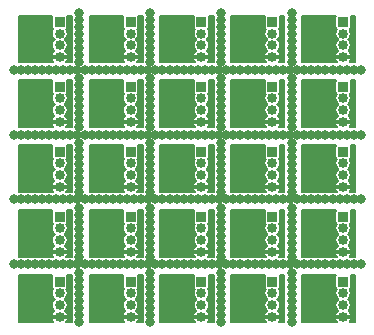
<source format=gbr>
G04 #@! TF.GenerationSoftware,KiCad,Pcbnew,5.0.2-bee76a0~70~ubuntu18.04.1*
G04 #@! TF.CreationDate,2019-03-02T12:35:57+01:00*
G04 #@! TF.ProjectId,3D_magnetic_board_5x5_panel,33445f6d-6167-46e6-9574-69635f626f61,rev?*
G04 #@! TF.SameCoordinates,Original*
G04 #@! TF.FileFunction,Copper,L2,Bot*
G04 #@! TF.FilePolarity,Positive*
%FSLAX46Y46*%
G04 Gerber Fmt 4.6, Leading zero omitted, Abs format (unit mm)*
G04 Created by KiCad (PCBNEW 5.0.2-bee76a0~70~ubuntu18.04.1) date Sa 02 Mär 2019 12:35:57 CET*
%MOMM*%
%LPD*%
G01*
G04 APERTURE LIST*
G04 #@! TA.AperFunction,ComponentPad*
%ADD10O,0.850000X0.850000*%
G04 #@! TD*
G04 #@! TA.AperFunction,ComponentPad*
%ADD11R,0.850000X0.850000*%
G04 #@! TD*
G04 #@! TA.AperFunction,ViaPad*
%ADD12C,0.800000*%
G04 #@! TD*
G04 #@! TA.AperFunction,ViaPad*
%ADD13C,0.600000*%
G04 #@! TD*
G04 #@! TA.AperFunction,Conductor*
%ADD14C,0.152400*%
G04 #@! TD*
G04 APERTURE END LIST*
D10*
G04 #@! TO.P,J1,4*
G04 #@! TO.N,GND*
X136450000Y-117550000D03*
G04 #@! TO.P,J1,3*
G04 #@! TO.N,Net-(J1-Pad3)*
X136450000Y-116550000D03*
G04 #@! TO.P,J1,2*
G04 #@! TO.N,Net-(J1-Pad2)*
X136450000Y-115550000D03*
D11*
G04 #@! TO.P,J1,1*
G04 #@! TO.N,+3V3*
X136450000Y-114550000D03*
G04 #@! TD*
D10*
G04 #@! TO.P,J1,4*
G04 #@! TO.N,GND*
X130450000Y-117550000D03*
G04 #@! TO.P,J1,3*
G04 #@! TO.N,Net-(J1-Pad3)*
X130450000Y-116550000D03*
G04 #@! TO.P,J1,2*
G04 #@! TO.N,Net-(J1-Pad2)*
X130450000Y-115550000D03*
D11*
G04 #@! TO.P,J1,1*
G04 #@! TO.N,+3V3*
X130450000Y-114550000D03*
G04 #@! TD*
D10*
G04 #@! TO.P,J1,4*
G04 #@! TO.N,GND*
X124450000Y-117550000D03*
G04 #@! TO.P,J1,3*
G04 #@! TO.N,Net-(J1-Pad3)*
X124450000Y-116550000D03*
G04 #@! TO.P,J1,2*
G04 #@! TO.N,Net-(J1-Pad2)*
X124450000Y-115550000D03*
D11*
G04 #@! TO.P,J1,1*
G04 #@! TO.N,+3V3*
X124450000Y-114550000D03*
G04 #@! TD*
D10*
G04 #@! TO.P,J1,4*
G04 #@! TO.N,GND*
X118450000Y-117550000D03*
G04 #@! TO.P,J1,3*
G04 #@! TO.N,Net-(J1-Pad3)*
X118450000Y-116550000D03*
G04 #@! TO.P,J1,2*
G04 #@! TO.N,Net-(J1-Pad2)*
X118450000Y-115550000D03*
D11*
G04 #@! TO.P,J1,1*
G04 #@! TO.N,+3V3*
X118450000Y-114550000D03*
G04 #@! TD*
D10*
G04 #@! TO.P,J1,4*
G04 #@! TO.N,GND*
X112450000Y-117550000D03*
G04 #@! TO.P,J1,3*
G04 #@! TO.N,Net-(J1-Pad3)*
X112450000Y-116550000D03*
G04 #@! TO.P,J1,2*
G04 #@! TO.N,Net-(J1-Pad2)*
X112450000Y-115550000D03*
D11*
G04 #@! TO.P,J1,1*
G04 #@! TO.N,+3V3*
X112450000Y-114550000D03*
G04 #@! TD*
D10*
G04 #@! TO.P,J1,4*
G04 #@! TO.N,GND*
X136450000Y-112050000D03*
G04 #@! TO.P,J1,3*
G04 #@! TO.N,Net-(J1-Pad3)*
X136450000Y-111050000D03*
G04 #@! TO.P,J1,2*
G04 #@! TO.N,Net-(J1-Pad2)*
X136450000Y-110050000D03*
D11*
G04 #@! TO.P,J1,1*
G04 #@! TO.N,+3V3*
X136450000Y-109050000D03*
G04 #@! TD*
D10*
G04 #@! TO.P,J1,4*
G04 #@! TO.N,GND*
X130450000Y-112050000D03*
G04 #@! TO.P,J1,3*
G04 #@! TO.N,Net-(J1-Pad3)*
X130450000Y-111050000D03*
G04 #@! TO.P,J1,2*
G04 #@! TO.N,Net-(J1-Pad2)*
X130450000Y-110050000D03*
D11*
G04 #@! TO.P,J1,1*
G04 #@! TO.N,+3V3*
X130450000Y-109050000D03*
G04 #@! TD*
D10*
G04 #@! TO.P,J1,4*
G04 #@! TO.N,GND*
X124450000Y-112050000D03*
G04 #@! TO.P,J1,3*
G04 #@! TO.N,Net-(J1-Pad3)*
X124450000Y-111050000D03*
G04 #@! TO.P,J1,2*
G04 #@! TO.N,Net-(J1-Pad2)*
X124450000Y-110050000D03*
D11*
G04 #@! TO.P,J1,1*
G04 #@! TO.N,+3V3*
X124450000Y-109050000D03*
G04 #@! TD*
D10*
G04 #@! TO.P,J1,4*
G04 #@! TO.N,GND*
X118450000Y-112050000D03*
G04 #@! TO.P,J1,3*
G04 #@! TO.N,Net-(J1-Pad3)*
X118450000Y-111050000D03*
G04 #@! TO.P,J1,2*
G04 #@! TO.N,Net-(J1-Pad2)*
X118450000Y-110050000D03*
D11*
G04 #@! TO.P,J1,1*
G04 #@! TO.N,+3V3*
X118450000Y-109050000D03*
G04 #@! TD*
D10*
G04 #@! TO.P,J1,4*
G04 #@! TO.N,GND*
X112450000Y-112050000D03*
G04 #@! TO.P,J1,3*
G04 #@! TO.N,Net-(J1-Pad3)*
X112450000Y-111050000D03*
G04 #@! TO.P,J1,2*
G04 #@! TO.N,Net-(J1-Pad2)*
X112450000Y-110050000D03*
D11*
G04 #@! TO.P,J1,1*
G04 #@! TO.N,+3V3*
X112450000Y-109050000D03*
G04 #@! TD*
D10*
G04 #@! TO.P,J1,4*
G04 #@! TO.N,GND*
X136450000Y-106550000D03*
G04 #@! TO.P,J1,3*
G04 #@! TO.N,Net-(J1-Pad3)*
X136450000Y-105550000D03*
G04 #@! TO.P,J1,2*
G04 #@! TO.N,Net-(J1-Pad2)*
X136450000Y-104550000D03*
D11*
G04 #@! TO.P,J1,1*
G04 #@! TO.N,+3V3*
X136450000Y-103550000D03*
G04 #@! TD*
D10*
G04 #@! TO.P,J1,4*
G04 #@! TO.N,GND*
X130450000Y-106550000D03*
G04 #@! TO.P,J1,3*
G04 #@! TO.N,Net-(J1-Pad3)*
X130450000Y-105550000D03*
G04 #@! TO.P,J1,2*
G04 #@! TO.N,Net-(J1-Pad2)*
X130450000Y-104550000D03*
D11*
G04 #@! TO.P,J1,1*
G04 #@! TO.N,+3V3*
X130450000Y-103550000D03*
G04 #@! TD*
D10*
G04 #@! TO.P,J1,4*
G04 #@! TO.N,GND*
X124450000Y-106550000D03*
G04 #@! TO.P,J1,3*
G04 #@! TO.N,Net-(J1-Pad3)*
X124450000Y-105550000D03*
G04 #@! TO.P,J1,2*
G04 #@! TO.N,Net-(J1-Pad2)*
X124450000Y-104550000D03*
D11*
G04 #@! TO.P,J1,1*
G04 #@! TO.N,+3V3*
X124450000Y-103550000D03*
G04 #@! TD*
D10*
G04 #@! TO.P,J1,4*
G04 #@! TO.N,GND*
X118450000Y-106550000D03*
G04 #@! TO.P,J1,3*
G04 #@! TO.N,Net-(J1-Pad3)*
X118450000Y-105550000D03*
G04 #@! TO.P,J1,2*
G04 #@! TO.N,Net-(J1-Pad2)*
X118450000Y-104550000D03*
D11*
G04 #@! TO.P,J1,1*
G04 #@! TO.N,+3V3*
X118450000Y-103550000D03*
G04 #@! TD*
D10*
G04 #@! TO.P,J1,4*
G04 #@! TO.N,GND*
X112450000Y-106550000D03*
G04 #@! TO.P,J1,3*
G04 #@! TO.N,Net-(J1-Pad3)*
X112450000Y-105550000D03*
G04 #@! TO.P,J1,2*
G04 #@! TO.N,Net-(J1-Pad2)*
X112450000Y-104550000D03*
D11*
G04 #@! TO.P,J1,1*
G04 #@! TO.N,+3V3*
X112450000Y-103550000D03*
G04 #@! TD*
D10*
G04 #@! TO.P,J1,4*
G04 #@! TO.N,GND*
X136450000Y-101050000D03*
G04 #@! TO.P,J1,3*
G04 #@! TO.N,Net-(J1-Pad3)*
X136450000Y-100050000D03*
G04 #@! TO.P,J1,2*
G04 #@! TO.N,Net-(J1-Pad2)*
X136450000Y-99050000D03*
D11*
G04 #@! TO.P,J1,1*
G04 #@! TO.N,+3V3*
X136450000Y-98050000D03*
G04 #@! TD*
D10*
G04 #@! TO.P,J1,4*
G04 #@! TO.N,GND*
X130450000Y-101050000D03*
G04 #@! TO.P,J1,3*
G04 #@! TO.N,Net-(J1-Pad3)*
X130450000Y-100050000D03*
G04 #@! TO.P,J1,2*
G04 #@! TO.N,Net-(J1-Pad2)*
X130450000Y-99050000D03*
D11*
G04 #@! TO.P,J1,1*
G04 #@! TO.N,+3V3*
X130450000Y-98050000D03*
G04 #@! TD*
D10*
G04 #@! TO.P,J1,4*
G04 #@! TO.N,GND*
X124450000Y-101050000D03*
G04 #@! TO.P,J1,3*
G04 #@! TO.N,Net-(J1-Pad3)*
X124450000Y-100050000D03*
G04 #@! TO.P,J1,2*
G04 #@! TO.N,Net-(J1-Pad2)*
X124450000Y-99050000D03*
D11*
G04 #@! TO.P,J1,1*
G04 #@! TO.N,+3V3*
X124450000Y-98050000D03*
G04 #@! TD*
D10*
G04 #@! TO.P,J1,4*
G04 #@! TO.N,GND*
X118450000Y-101050000D03*
G04 #@! TO.P,J1,3*
G04 #@! TO.N,Net-(J1-Pad3)*
X118450000Y-100050000D03*
G04 #@! TO.P,J1,2*
G04 #@! TO.N,Net-(J1-Pad2)*
X118450000Y-99050000D03*
D11*
G04 #@! TO.P,J1,1*
G04 #@! TO.N,+3V3*
X118450000Y-98050000D03*
G04 #@! TD*
D10*
G04 #@! TO.P,J1,4*
G04 #@! TO.N,GND*
X112450000Y-101050000D03*
G04 #@! TO.P,J1,3*
G04 #@! TO.N,Net-(J1-Pad3)*
X112450000Y-100050000D03*
G04 #@! TO.P,J1,2*
G04 #@! TO.N,Net-(J1-Pad2)*
X112450000Y-99050000D03*
D11*
G04 #@! TO.P,J1,1*
G04 #@! TO.N,+3V3*
X112450000Y-98050000D03*
G04 #@! TD*
D10*
G04 #@! TO.P,J1,4*
G04 #@! TO.N,GND*
X136450000Y-95550000D03*
G04 #@! TO.P,J1,3*
G04 #@! TO.N,Net-(J1-Pad3)*
X136450000Y-94550000D03*
G04 #@! TO.P,J1,2*
G04 #@! TO.N,Net-(J1-Pad2)*
X136450000Y-93550000D03*
D11*
G04 #@! TO.P,J1,1*
G04 #@! TO.N,+3V3*
X136450000Y-92550000D03*
G04 #@! TD*
D10*
G04 #@! TO.P,J1,4*
G04 #@! TO.N,GND*
X130450000Y-95550000D03*
G04 #@! TO.P,J1,3*
G04 #@! TO.N,Net-(J1-Pad3)*
X130450000Y-94550000D03*
G04 #@! TO.P,J1,2*
G04 #@! TO.N,Net-(J1-Pad2)*
X130450000Y-93550000D03*
D11*
G04 #@! TO.P,J1,1*
G04 #@! TO.N,+3V3*
X130450000Y-92550000D03*
G04 #@! TD*
D10*
G04 #@! TO.P,J1,4*
G04 #@! TO.N,GND*
X124450000Y-95550000D03*
G04 #@! TO.P,J1,3*
G04 #@! TO.N,Net-(J1-Pad3)*
X124450000Y-94550000D03*
G04 #@! TO.P,J1,2*
G04 #@! TO.N,Net-(J1-Pad2)*
X124450000Y-93550000D03*
D11*
G04 #@! TO.P,J1,1*
G04 #@! TO.N,+3V3*
X124450000Y-92550000D03*
G04 #@! TD*
D10*
G04 #@! TO.P,J1,4*
G04 #@! TO.N,GND*
X118450000Y-95550000D03*
G04 #@! TO.P,J1,3*
G04 #@! TO.N,Net-(J1-Pad3)*
X118450000Y-94550000D03*
G04 #@! TO.P,J1,2*
G04 #@! TO.N,Net-(J1-Pad2)*
X118450000Y-93550000D03*
D11*
G04 #@! TO.P,J1,1*
G04 #@! TO.N,+3V3*
X118450000Y-92550000D03*
G04 #@! TD*
G04 #@! TO.P,J1,1*
G04 #@! TO.N,+3V3*
X112450000Y-92550000D03*
D10*
G04 #@! TO.P,J1,2*
G04 #@! TO.N,Net-(J1-Pad2)*
X112450000Y-93550000D03*
G04 #@! TO.P,J1,3*
G04 #@! TO.N,Net-(J1-Pad3)*
X112450000Y-94550000D03*
G04 #@! TO.P,J1,4*
G04 #@! TO.N,GND*
X112450000Y-95550000D03*
G04 #@! TD*
D12*
G04 #@! TO.N,*
X110950000Y-96600000D03*
X111550000Y-96600000D03*
X112150000Y-96600000D03*
X114100000Y-96000000D03*
X114100000Y-95400000D03*
X114100000Y-94800000D03*
X114100000Y-94200000D03*
X114100000Y-93600000D03*
X109150000Y-96600000D03*
X110350000Y-96600000D03*
X109750000Y-96600000D03*
X114100000Y-93000000D03*
X108550000Y-96600000D03*
X112750000Y-96600000D03*
X113350000Y-96600000D03*
X113950000Y-96600000D03*
X114100000Y-92400000D03*
X114100000Y-91800000D03*
X116950000Y-96600000D03*
X122950000Y-96600000D03*
X128950000Y-96600000D03*
X134950000Y-96600000D03*
X110950000Y-102100000D03*
X116950000Y-102100000D03*
X122950000Y-102100000D03*
X128950000Y-102100000D03*
X134950000Y-102100000D03*
X110950000Y-107600000D03*
X116950000Y-107600000D03*
X122950000Y-107600000D03*
X128950000Y-107600000D03*
X134950000Y-107600000D03*
X110950000Y-113100000D03*
X116950000Y-113100000D03*
X122950000Y-113100000D03*
X128950000Y-113100000D03*
X134950000Y-113100000D03*
X114550000Y-96600000D03*
X120550000Y-96600000D03*
X126550000Y-96600000D03*
X132550000Y-96600000D03*
X108550000Y-102100000D03*
X114550000Y-102100000D03*
X120550000Y-102100000D03*
X126550000Y-102100000D03*
X132550000Y-102100000D03*
X108550000Y-107600000D03*
X114550000Y-107600000D03*
X120550000Y-107600000D03*
X126550000Y-107600000D03*
X132550000Y-107600000D03*
X108550000Y-113100000D03*
X114550000Y-113100000D03*
X120550000Y-113100000D03*
X126550000Y-113100000D03*
X132550000Y-113100000D03*
X120100000Y-93000000D03*
X126100000Y-93000000D03*
X132100000Y-93000000D03*
X114100000Y-98500000D03*
X120100000Y-98500000D03*
X126100000Y-98500000D03*
X132100000Y-98500000D03*
X114100000Y-104000000D03*
X120100000Y-104000000D03*
X126100000Y-104000000D03*
X132100000Y-104000000D03*
X114100000Y-109500000D03*
X120100000Y-109500000D03*
X126100000Y-109500000D03*
X132100000Y-109500000D03*
X114100000Y-115000000D03*
X120100000Y-115000000D03*
X126100000Y-115000000D03*
X132100000Y-115000000D03*
X118750000Y-96600000D03*
X124750000Y-96600000D03*
X130750000Y-96600000D03*
X136750000Y-96600000D03*
X112750000Y-102100000D03*
X118750000Y-102100000D03*
X124750000Y-102100000D03*
X130750000Y-102100000D03*
X136750000Y-102100000D03*
X112750000Y-107600000D03*
X118750000Y-107600000D03*
X124750000Y-107600000D03*
X130750000Y-107600000D03*
X136750000Y-107600000D03*
X112750000Y-113100000D03*
X118750000Y-113100000D03*
X124750000Y-113100000D03*
X130750000Y-113100000D03*
X136750000Y-113100000D03*
X115150000Y-96600000D03*
X121150000Y-96600000D03*
X127150000Y-96600000D03*
X133150000Y-96600000D03*
X109150000Y-102100000D03*
X115150000Y-102100000D03*
X121150000Y-102100000D03*
X127150000Y-102100000D03*
X133150000Y-102100000D03*
X109150000Y-107600000D03*
X115150000Y-107600000D03*
X121150000Y-107600000D03*
X127150000Y-107600000D03*
X133150000Y-107600000D03*
X109150000Y-113100000D03*
X115150000Y-113100000D03*
X121150000Y-113100000D03*
X127150000Y-113100000D03*
X133150000Y-113100000D03*
X120100000Y-94200000D03*
X126100000Y-94200000D03*
X132100000Y-94200000D03*
X114100000Y-99700000D03*
X120100000Y-99700000D03*
X126100000Y-99700000D03*
X132100000Y-99700000D03*
X114100000Y-105200000D03*
X120100000Y-105200000D03*
X126100000Y-105200000D03*
X132100000Y-105200000D03*
X114100000Y-110700000D03*
X120100000Y-110700000D03*
X126100000Y-110700000D03*
X132100000Y-110700000D03*
X114100000Y-116200000D03*
X120100000Y-116200000D03*
X126100000Y-116200000D03*
X132100000Y-116200000D03*
X118150000Y-96600000D03*
X124150000Y-96600000D03*
X130150000Y-96600000D03*
X136150000Y-96600000D03*
X112150000Y-102100000D03*
X118150000Y-102100000D03*
X124150000Y-102100000D03*
X130150000Y-102100000D03*
X136150000Y-102100000D03*
X112150000Y-107600000D03*
X118150000Y-107600000D03*
X124150000Y-107600000D03*
X130150000Y-107600000D03*
X136150000Y-107600000D03*
X112150000Y-113100000D03*
X118150000Y-113100000D03*
X124150000Y-113100000D03*
X130150000Y-113100000D03*
X136150000Y-113100000D03*
X117550000Y-96600000D03*
X123550000Y-96600000D03*
X129550000Y-96600000D03*
X135550000Y-96600000D03*
X111550000Y-102100000D03*
X117550000Y-102100000D03*
X123550000Y-102100000D03*
X129550000Y-102100000D03*
X135550000Y-102100000D03*
X111550000Y-107600000D03*
X117550000Y-107600000D03*
X123550000Y-107600000D03*
X129550000Y-107600000D03*
X135550000Y-107600000D03*
X111550000Y-113100000D03*
X117550000Y-113100000D03*
X123550000Y-113100000D03*
X129550000Y-113100000D03*
X135550000Y-113100000D03*
X120100000Y-94800000D03*
X126100000Y-94800000D03*
X132100000Y-94800000D03*
X114100000Y-100300000D03*
X120100000Y-100300000D03*
X126100000Y-100300000D03*
X132100000Y-100300000D03*
X114100000Y-105800000D03*
X120100000Y-105800000D03*
X126100000Y-105800000D03*
X132100000Y-105800000D03*
X114100000Y-111300000D03*
X120100000Y-111300000D03*
X126100000Y-111300000D03*
X132100000Y-111300000D03*
X114100000Y-116800000D03*
X120100000Y-116800000D03*
X126100000Y-116800000D03*
X132100000Y-116800000D03*
X115750000Y-96600000D03*
X121750000Y-96600000D03*
X127750000Y-96600000D03*
X133750000Y-96600000D03*
X109750000Y-102100000D03*
X115750000Y-102100000D03*
X121750000Y-102100000D03*
X127750000Y-102100000D03*
X133750000Y-102100000D03*
X109750000Y-107600000D03*
X115750000Y-107600000D03*
X121750000Y-107600000D03*
X127750000Y-107600000D03*
X133750000Y-107600000D03*
X109750000Y-113100000D03*
X115750000Y-113100000D03*
X121750000Y-113100000D03*
X127750000Y-113100000D03*
X133750000Y-113100000D03*
X119950000Y-96600000D03*
X125950000Y-96600000D03*
X131950000Y-96600000D03*
X137950000Y-96600000D03*
X113950000Y-102100000D03*
X119950000Y-102100000D03*
X125950000Y-102100000D03*
X131950000Y-102100000D03*
X137950000Y-102100000D03*
X113950000Y-107600000D03*
X119950000Y-107600000D03*
X125950000Y-107600000D03*
X131950000Y-107600000D03*
X137950000Y-107600000D03*
X113950000Y-113100000D03*
X119950000Y-113100000D03*
X125950000Y-113100000D03*
X131950000Y-113100000D03*
X137950000Y-113100000D03*
X120100000Y-91800000D03*
X126100000Y-91800000D03*
X132100000Y-91800000D03*
X114100000Y-97300000D03*
X120100000Y-97300000D03*
X126100000Y-97300000D03*
X132100000Y-97300000D03*
X114100000Y-102800000D03*
X120100000Y-102800000D03*
X126100000Y-102800000D03*
X132100000Y-102800000D03*
X114100000Y-108300000D03*
X120100000Y-108300000D03*
X126100000Y-108300000D03*
X132100000Y-108300000D03*
X114100000Y-113800000D03*
X120100000Y-113800000D03*
X126100000Y-113800000D03*
X132100000Y-113800000D03*
X120100000Y-92400000D03*
X126100000Y-92400000D03*
X132100000Y-92400000D03*
X114100000Y-97900000D03*
X120100000Y-97900000D03*
X126100000Y-97900000D03*
X132100000Y-97900000D03*
X114100000Y-103400000D03*
X120100000Y-103400000D03*
X126100000Y-103400000D03*
X132100000Y-103400000D03*
X114100000Y-108900000D03*
X120100000Y-108900000D03*
X126100000Y-108900000D03*
X132100000Y-108900000D03*
X114100000Y-114400000D03*
X120100000Y-114400000D03*
X126100000Y-114400000D03*
X132100000Y-114400000D03*
X120100000Y-96000000D03*
X126100000Y-96000000D03*
X132100000Y-96000000D03*
X114100000Y-101500000D03*
X120100000Y-101500000D03*
X126100000Y-101500000D03*
X132100000Y-101500000D03*
X114100000Y-107000000D03*
X120100000Y-107000000D03*
X126100000Y-107000000D03*
X132100000Y-107000000D03*
X114100000Y-112500000D03*
X120100000Y-112500000D03*
X126100000Y-112500000D03*
X132100000Y-112500000D03*
X114100000Y-118000000D03*
X120100000Y-118000000D03*
X126100000Y-118000000D03*
X132100000Y-118000000D03*
X116350000Y-96600000D03*
X122350000Y-96600000D03*
X128350000Y-96600000D03*
X134350000Y-96600000D03*
X110350000Y-102100000D03*
X116350000Y-102100000D03*
X122350000Y-102100000D03*
X128350000Y-102100000D03*
X134350000Y-102100000D03*
X110350000Y-107600000D03*
X116350000Y-107600000D03*
X122350000Y-107600000D03*
X128350000Y-107600000D03*
X134350000Y-107600000D03*
X110350000Y-113100000D03*
X116350000Y-113100000D03*
X122350000Y-113100000D03*
X128350000Y-113100000D03*
X134350000Y-113100000D03*
X119350000Y-96600000D03*
X125350000Y-96600000D03*
X131350000Y-96600000D03*
X137350000Y-96600000D03*
X113350000Y-102100000D03*
X119350000Y-102100000D03*
X125350000Y-102100000D03*
X131350000Y-102100000D03*
X137350000Y-102100000D03*
X113350000Y-107600000D03*
X119350000Y-107600000D03*
X125350000Y-107600000D03*
X131350000Y-107600000D03*
X137350000Y-107600000D03*
X113350000Y-113100000D03*
X119350000Y-113100000D03*
X125350000Y-113100000D03*
X131350000Y-113100000D03*
X137350000Y-113100000D03*
X120100000Y-93600000D03*
X126100000Y-93600000D03*
X132100000Y-93600000D03*
X114100000Y-99100000D03*
X120100000Y-99100000D03*
X126100000Y-99100000D03*
X132100000Y-99100000D03*
X114100000Y-104600000D03*
X120100000Y-104600000D03*
X126100000Y-104600000D03*
X132100000Y-104600000D03*
X114100000Y-110100000D03*
X120100000Y-110100000D03*
X126100000Y-110100000D03*
X132100000Y-110100000D03*
X114100000Y-115600000D03*
X120100000Y-115600000D03*
X126100000Y-115600000D03*
X132100000Y-115600000D03*
X120100000Y-95400000D03*
X126100000Y-95400000D03*
X132100000Y-95400000D03*
X114100000Y-100900000D03*
X120100000Y-100900000D03*
X126100000Y-100900000D03*
X132100000Y-100900000D03*
X114100000Y-106400000D03*
X120100000Y-106400000D03*
X126100000Y-106400000D03*
X132100000Y-106400000D03*
X114100000Y-111900000D03*
X120100000Y-111900000D03*
X126100000Y-111900000D03*
X132100000Y-111900000D03*
X114100000Y-117400000D03*
X120100000Y-117400000D03*
X126100000Y-117400000D03*
X132100000Y-117400000D03*
D13*
G04 #@! TO.N,GND*
X109250000Y-92350000D03*
X115250000Y-92350000D03*
X121250000Y-92350000D03*
X127250000Y-92350000D03*
X133250000Y-92350000D03*
X109250000Y-97850000D03*
X115250000Y-97850000D03*
X121250000Y-97850000D03*
X127250000Y-97850000D03*
X133250000Y-97850000D03*
X109250000Y-103350000D03*
X115250000Y-103350000D03*
X121250000Y-103350000D03*
X127250000Y-103350000D03*
X133250000Y-103350000D03*
X109250000Y-108850000D03*
X115250000Y-108850000D03*
X121250000Y-108850000D03*
X127250000Y-108850000D03*
X133250000Y-108850000D03*
X109250000Y-114350000D03*
X115250000Y-114350000D03*
X121250000Y-114350000D03*
X127250000Y-114350000D03*
X133250000Y-114350000D03*
G04 #@! TD*
D14*
G04 #@! TO.N,GND*
G36*
X111809664Y-92035805D02*
X111791922Y-92125000D01*
X111791922Y-92975000D01*
X111809664Y-93064195D01*
X111860189Y-93139811D01*
X111913984Y-93175756D01*
X111834323Y-93294978D01*
X111783596Y-93550000D01*
X111834323Y-93805022D01*
X111978781Y-94021219D01*
X112021855Y-94050000D01*
X111978781Y-94078781D01*
X111834323Y-94294978D01*
X111783596Y-94550000D01*
X111834323Y-94805022D01*
X111978781Y-95021219D01*
X111988614Y-95027789D01*
X111838673Y-95200034D01*
X111770276Y-95365192D01*
X111820042Y-95473800D01*
X112373800Y-95473800D01*
X112373800Y-95453800D01*
X112526200Y-95453800D01*
X112526200Y-95473800D01*
X113079958Y-95473800D01*
X113129724Y-95365192D01*
X113061327Y-95200034D01*
X112911386Y-95027789D01*
X112921219Y-95021219D01*
X113065677Y-94805022D01*
X113116404Y-94550000D01*
X113065677Y-94294978D01*
X112921219Y-94078781D01*
X112878145Y-94050000D01*
X112921219Y-94021219D01*
X113065677Y-93805022D01*
X113116404Y-93550000D01*
X113065677Y-93294978D01*
X112986016Y-93175756D01*
X113039811Y-93139811D01*
X113090336Y-93064195D01*
X113108078Y-92975000D01*
X113108078Y-92125000D01*
X113090336Y-92035805D01*
X113083918Y-92026200D01*
X113473800Y-92026200D01*
X113473800Y-92269170D01*
X113471400Y-92274964D01*
X113471400Y-92525036D01*
X113473800Y-92530830D01*
X113473800Y-92869170D01*
X113471400Y-92874964D01*
X113471400Y-93125036D01*
X113473800Y-93130830D01*
X113473800Y-93469170D01*
X113471400Y-93474964D01*
X113471400Y-93725036D01*
X113473800Y-93730830D01*
X113473800Y-94069170D01*
X113471400Y-94074964D01*
X113471400Y-94325036D01*
X113473800Y-94330830D01*
X113473800Y-94669170D01*
X113471400Y-94674964D01*
X113471400Y-94925036D01*
X113473800Y-94930830D01*
X113473800Y-95269170D01*
X113471400Y-95274964D01*
X113471400Y-95525036D01*
X113473800Y-95530830D01*
X113473800Y-95869170D01*
X113471400Y-95874964D01*
X113471400Y-95971400D01*
X113224964Y-95971400D01*
X113219170Y-95973800D01*
X112997053Y-95973800D01*
X113061327Y-95899966D01*
X113129724Y-95734808D01*
X113079958Y-95626200D01*
X112526200Y-95626200D01*
X112526200Y-95646200D01*
X112373800Y-95646200D01*
X112373800Y-95626200D01*
X111820042Y-95626200D01*
X111770276Y-95734808D01*
X111838673Y-95899966D01*
X111902947Y-95973800D01*
X111680830Y-95973800D01*
X111675036Y-95971400D01*
X111424964Y-95971400D01*
X111419170Y-95973800D01*
X111080830Y-95973800D01*
X111075036Y-95971400D01*
X110824964Y-95971400D01*
X110819170Y-95973800D01*
X110480830Y-95973800D01*
X110475036Y-95971400D01*
X110224964Y-95971400D01*
X110219170Y-95973800D01*
X109880830Y-95973800D01*
X109875036Y-95971400D01*
X109624964Y-95971400D01*
X109619170Y-95973800D01*
X109280830Y-95973800D01*
X109275036Y-95971400D01*
X109024964Y-95971400D01*
X109019170Y-95973800D01*
X108976200Y-95973800D01*
X108976200Y-92026200D01*
X111816082Y-92026200D01*
X111809664Y-92035805D01*
X111809664Y-92035805D01*
G37*
X111809664Y-92035805D02*
X111791922Y-92125000D01*
X111791922Y-92975000D01*
X111809664Y-93064195D01*
X111860189Y-93139811D01*
X111913984Y-93175756D01*
X111834323Y-93294978D01*
X111783596Y-93550000D01*
X111834323Y-93805022D01*
X111978781Y-94021219D01*
X112021855Y-94050000D01*
X111978781Y-94078781D01*
X111834323Y-94294978D01*
X111783596Y-94550000D01*
X111834323Y-94805022D01*
X111978781Y-95021219D01*
X111988614Y-95027789D01*
X111838673Y-95200034D01*
X111770276Y-95365192D01*
X111820042Y-95473800D01*
X112373800Y-95473800D01*
X112373800Y-95453800D01*
X112526200Y-95453800D01*
X112526200Y-95473800D01*
X113079958Y-95473800D01*
X113129724Y-95365192D01*
X113061327Y-95200034D01*
X112911386Y-95027789D01*
X112921219Y-95021219D01*
X113065677Y-94805022D01*
X113116404Y-94550000D01*
X113065677Y-94294978D01*
X112921219Y-94078781D01*
X112878145Y-94050000D01*
X112921219Y-94021219D01*
X113065677Y-93805022D01*
X113116404Y-93550000D01*
X113065677Y-93294978D01*
X112986016Y-93175756D01*
X113039811Y-93139811D01*
X113090336Y-93064195D01*
X113108078Y-92975000D01*
X113108078Y-92125000D01*
X113090336Y-92035805D01*
X113083918Y-92026200D01*
X113473800Y-92026200D01*
X113473800Y-92269170D01*
X113471400Y-92274964D01*
X113471400Y-92525036D01*
X113473800Y-92530830D01*
X113473800Y-92869170D01*
X113471400Y-92874964D01*
X113471400Y-93125036D01*
X113473800Y-93130830D01*
X113473800Y-93469170D01*
X113471400Y-93474964D01*
X113471400Y-93725036D01*
X113473800Y-93730830D01*
X113473800Y-94069170D01*
X113471400Y-94074964D01*
X113471400Y-94325036D01*
X113473800Y-94330830D01*
X113473800Y-94669170D01*
X113471400Y-94674964D01*
X113471400Y-94925036D01*
X113473800Y-94930830D01*
X113473800Y-95269170D01*
X113471400Y-95274964D01*
X113471400Y-95525036D01*
X113473800Y-95530830D01*
X113473800Y-95869170D01*
X113471400Y-95874964D01*
X113471400Y-95971400D01*
X113224964Y-95971400D01*
X113219170Y-95973800D01*
X112997053Y-95973800D01*
X113061327Y-95899966D01*
X113129724Y-95734808D01*
X113079958Y-95626200D01*
X112526200Y-95626200D01*
X112526200Y-95646200D01*
X112373800Y-95646200D01*
X112373800Y-95626200D01*
X111820042Y-95626200D01*
X111770276Y-95734808D01*
X111838673Y-95899966D01*
X111902947Y-95973800D01*
X111680830Y-95973800D01*
X111675036Y-95971400D01*
X111424964Y-95971400D01*
X111419170Y-95973800D01*
X111080830Y-95973800D01*
X111075036Y-95971400D01*
X110824964Y-95971400D01*
X110819170Y-95973800D01*
X110480830Y-95973800D01*
X110475036Y-95971400D01*
X110224964Y-95971400D01*
X110219170Y-95973800D01*
X109880830Y-95973800D01*
X109875036Y-95971400D01*
X109624964Y-95971400D01*
X109619170Y-95973800D01*
X109280830Y-95973800D01*
X109275036Y-95971400D01*
X109024964Y-95971400D01*
X109019170Y-95973800D01*
X108976200Y-95973800D01*
X108976200Y-92026200D01*
X111816082Y-92026200D01*
X111809664Y-92035805D01*
G36*
X117809664Y-92035805D02*
X117791922Y-92125000D01*
X117791922Y-92975000D01*
X117809664Y-93064195D01*
X117860189Y-93139811D01*
X117913984Y-93175756D01*
X117834323Y-93294978D01*
X117783596Y-93550000D01*
X117834323Y-93805022D01*
X117978781Y-94021219D01*
X118021855Y-94050000D01*
X117978781Y-94078781D01*
X117834323Y-94294978D01*
X117783596Y-94550000D01*
X117834323Y-94805022D01*
X117978781Y-95021219D01*
X117988614Y-95027789D01*
X117838673Y-95200034D01*
X117770276Y-95365192D01*
X117820042Y-95473800D01*
X118373800Y-95473800D01*
X118373800Y-95453800D01*
X118526200Y-95453800D01*
X118526200Y-95473800D01*
X119079958Y-95473800D01*
X119129724Y-95365192D01*
X119061327Y-95200034D01*
X118911386Y-95027789D01*
X118921219Y-95021219D01*
X119065677Y-94805022D01*
X119116404Y-94550000D01*
X119065677Y-94294978D01*
X118921219Y-94078781D01*
X118878145Y-94050000D01*
X118921219Y-94021219D01*
X119065677Y-93805022D01*
X119116404Y-93550000D01*
X119065677Y-93294978D01*
X118986016Y-93175756D01*
X119039811Y-93139811D01*
X119090336Y-93064195D01*
X119108078Y-92975000D01*
X119108078Y-92125000D01*
X119090336Y-92035805D01*
X119083918Y-92026200D01*
X119473800Y-92026200D01*
X119473800Y-92269170D01*
X119471400Y-92274964D01*
X119471400Y-92525036D01*
X119473800Y-92530830D01*
X119473800Y-92869170D01*
X119471400Y-92874964D01*
X119471400Y-93125036D01*
X119473800Y-93130830D01*
X119473800Y-93469170D01*
X119471400Y-93474964D01*
X119471400Y-93725036D01*
X119473800Y-93730830D01*
X119473800Y-94069170D01*
X119471400Y-94074964D01*
X119471400Y-94325036D01*
X119473800Y-94330830D01*
X119473800Y-94669170D01*
X119471400Y-94674964D01*
X119471400Y-94925036D01*
X119473800Y-94930830D01*
X119473800Y-95269170D01*
X119471400Y-95274964D01*
X119471400Y-95525036D01*
X119473800Y-95530830D01*
X119473800Y-95869170D01*
X119471400Y-95874964D01*
X119471400Y-95971400D01*
X119224964Y-95971400D01*
X119219170Y-95973800D01*
X118997053Y-95973800D01*
X119061327Y-95899966D01*
X119129724Y-95734808D01*
X119079958Y-95626200D01*
X118526200Y-95626200D01*
X118526200Y-95646200D01*
X118373800Y-95646200D01*
X118373800Y-95626200D01*
X117820042Y-95626200D01*
X117770276Y-95734808D01*
X117838673Y-95899966D01*
X117902947Y-95973800D01*
X117680830Y-95973800D01*
X117675036Y-95971400D01*
X117424964Y-95971400D01*
X117419170Y-95973800D01*
X117080830Y-95973800D01*
X117075036Y-95971400D01*
X116824964Y-95971400D01*
X116819170Y-95973800D01*
X116480830Y-95973800D01*
X116475036Y-95971400D01*
X116224964Y-95971400D01*
X116219170Y-95973800D01*
X115880830Y-95973800D01*
X115875036Y-95971400D01*
X115624964Y-95971400D01*
X115619170Y-95973800D01*
X115280830Y-95973800D01*
X115275036Y-95971400D01*
X115024964Y-95971400D01*
X115019170Y-95973800D01*
X114976200Y-95973800D01*
X114976200Y-92026200D01*
X117816082Y-92026200D01*
X117809664Y-92035805D01*
X117809664Y-92035805D01*
G37*
X117809664Y-92035805D02*
X117791922Y-92125000D01*
X117791922Y-92975000D01*
X117809664Y-93064195D01*
X117860189Y-93139811D01*
X117913984Y-93175756D01*
X117834323Y-93294978D01*
X117783596Y-93550000D01*
X117834323Y-93805022D01*
X117978781Y-94021219D01*
X118021855Y-94050000D01*
X117978781Y-94078781D01*
X117834323Y-94294978D01*
X117783596Y-94550000D01*
X117834323Y-94805022D01*
X117978781Y-95021219D01*
X117988614Y-95027789D01*
X117838673Y-95200034D01*
X117770276Y-95365192D01*
X117820042Y-95473800D01*
X118373800Y-95473800D01*
X118373800Y-95453800D01*
X118526200Y-95453800D01*
X118526200Y-95473800D01*
X119079958Y-95473800D01*
X119129724Y-95365192D01*
X119061327Y-95200034D01*
X118911386Y-95027789D01*
X118921219Y-95021219D01*
X119065677Y-94805022D01*
X119116404Y-94550000D01*
X119065677Y-94294978D01*
X118921219Y-94078781D01*
X118878145Y-94050000D01*
X118921219Y-94021219D01*
X119065677Y-93805022D01*
X119116404Y-93550000D01*
X119065677Y-93294978D01*
X118986016Y-93175756D01*
X119039811Y-93139811D01*
X119090336Y-93064195D01*
X119108078Y-92975000D01*
X119108078Y-92125000D01*
X119090336Y-92035805D01*
X119083918Y-92026200D01*
X119473800Y-92026200D01*
X119473800Y-92269170D01*
X119471400Y-92274964D01*
X119471400Y-92525036D01*
X119473800Y-92530830D01*
X119473800Y-92869170D01*
X119471400Y-92874964D01*
X119471400Y-93125036D01*
X119473800Y-93130830D01*
X119473800Y-93469170D01*
X119471400Y-93474964D01*
X119471400Y-93725036D01*
X119473800Y-93730830D01*
X119473800Y-94069170D01*
X119471400Y-94074964D01*
X119471400Y-94325036D01*
X119473800Y-94330830D01*
X119473800Y-94669170D01*
X119471400Y-94674964D01*
X119471400Y-94925036D01*
X119473800Y-94930830D01*
X119473800Y-95269170D01*
X119471400Y-95274964D01*
X119471400Y-95525036D01*
X119473800Y-95530830D01*
X119473800Y-95869170D01*
X119471400Y-95874964D01*
X119471400Y-95971400D01*
X119224964Y-95971400D01*
X119219170Y-95973800D01*
X118997053Y-95973800D01*
X119061327Y-95899966D01*
X119129724Y-95734808D01*
X119079958Y-95626200D01*
X118526200Y-95626200D01*
X118526200Y-95646200D01*
X118373800Y-95646200D01*
X118373800Y-95626200D01*
X117820042Y-95626200D01*
X117770276Y-95734808D01*
X117838673Y-95899966D01*
X117902947Y-95973800D01*
X117680830Y-95973800D01*
X117675036Y-95971400D01*
X117424964Y-95971400D01*
X117419170Y-95973800D01*
X117080830Y-95973800D01*
X117075036Y-95971400D01*
X116824964Y-95971400D01*
X116819170Y-95973800D01*
X116480830Y-95973800D01*
X116475036Y-95971400D01*
X116224964Y-95971400D01*
X116219170Y-95973800D01*
X115880830Y-95973800D01*
X115875036Y-95971400D01*
X115624964Y-95971400D01*
X115619170Y-95973800D01*
X115280830Y-95973800D01*
X115275036Y-95971400D01*
X115024964Y-95971400D01*
X115019170Y-95973800D01*
X114976200Y-95973800D01*
X114976200Y-92026200D01*
X117816082Y-92026200D01*
X117809664Y-92035805D01*
G36*
X123809664Y-92035805D02*
X123791922Y-92125000D01*
X123791922Y-92975000D01*
X123809664Y-93064195D01*
X123860189Y-93139811D01*
X123913984Y-93175756D01*
X123834323Y-93294978D01*
X123783596Y-93550000D01*
X123834323Y-93805022D01*
X123978781Y-94021219D01*
X124021855Y-94050000D01*
X123978781Y-94078781D01*
X123834323Y-94294978D01*
X123783596Y-94550000D01*
X123834323Y-94805022D01*
X123978781Y-95021219D01*
X123988614Y-95027789D01*
X123838673Y-95200034D01*
X123770276Y-95365192D01*
X123820042Y-95473800D01*
X124373800Y-95473800D01*
X124373800Y-95453800D01*
X124526200Y-95453800D01*
X124526200Y-95473800D01*
X125079958Y-95473800D01*
X125129724Y-95365192D01*
X125061327Y-95200034D01*
X124911386Y-95027789D01*
X124921219Y-95021219D01*
X125065677Y-94805022D01*
X125116404Y-94550000D01*
X125065677Y-94294978D01*
X124921219Y-94078781D01*
X124878145Y-94050000D01*
X124921219Y-94021219D01*
X125065677Y-93805022D01*
X125116404Y-93550000D01*
X125065677Y-93294978D01*
X124986016Y-93175756D01*
X125039811Y-93139811D01*
X125090336Y-93064195D01*
X125108078Y-92975000D01*
X125108078Y-92125000D01*
X125090336Y-92035805D01*
X125083918Y-92026200D01*
X125473800Y-92026200D01*
X125473800Y-92269170D01*
X125471400Y-92274964D01*
X125471400Y-92525036D01*
X125473800Y-92530830D01*
X125473800Y-92869170D01*
X125471400Y-92874964D01*
X125471400Y-93125036D01*
X125473800Y-93130830D01*
X125473800Y-93469170D01*
X125471400Y-93474964D01*
X125471400Y-93725036D01*
X125473800Y-93730830D01*
X125473800Y-94069170D01*
X125471400Y-94074964D01*
X125471400Y-94325036D01*
X125473800Y-94330830D01*
X125473800Y-94669170D01*
X125471400Y-94674964D01*
X125471400Y-94925036D01*
X125473800Y-94930830D01*
X125473800Y-95269170D01*
X125471400Y-95274964D01*
X125471400Y-95525036D01*
X125473800Y-95530830D01*
X125473800Y-95869170D01*
X125471400Y-95874964D01*
X125471400Y-95971400D01*
X125224964Y-95971400D01*
X125219170Y-95973800D01*
X124997053Y-95973800D01*
X125061327Y-95899966D01*
X125129724Y-95734808D01*
X125079958Y-95626200D01*
X124526200Y-95626200D01*
X124526200Y-95646200D01*
X124373800Y-95646200D01*
X124373800Y-95626200D01*
X123820042Y-95626200D01*
X123770276Y-95734808D01*
X123838673Y-95899966D01*
X123902947Y-95973800D01*
X123680830Y-95973800D01*
X123675036Y-95971400D01*
X123424964Y-95971400D01*
X123419170Y-95973800D01*
X123080830Y-95973800D01*
X123075036Y-95971400D01*
X122824964Y-95971400D01*
X122819170Y-95973800D01*
X122480830Y-95973800D01*
X122475036Y-95971400D01*
X122224964Y-95971400D01*
X122219170Y-95973800D01*
X121880830Y-95973800D01*
X121875036Y-95971400D01*
X121624964Y-95971400D01*
X121619170Y-95973800D01*
X121280830Y-95973800D01*
X121275036Y-95971400D01*
X121024964Y-95971400D01*
X121019170Y-95973800D01*
X120976200Y-95973800D01*
X120976200Y-92026200D01*
X123816082Y-92026200D01*
X123809664Y-92035805D01*
X123809664Y-92035805D01*
G37*
X123809664Y-92035805D02*
X123791922Y-92125000D01*
X123791922Y-92975000D01*
X123809664Y-93064195D01*
X123860189Y-93139811D01*
X123913984Y-93175756D01*
X123834323Y-93294978D01*
X123783596Y-93550000D01*
X123834323Y-93805022D01*
X123978781Y-94021219D01*
X124021855Y-94050000D01*
X123978781Y-94078781D01*
X123834323Y-94294978D01*
X123783596Y-94550000D01*
X123834323Y-94805022D01*
X123978781Y-95021219D01*
X123988614Y-95027789D01*
X123838673Y-95200034D01*
X123770276Y-95365192D01*
X123820042Y-95473800D01*
X124373800Y-95473800D01*
X124373800Y-95453800D01*
X124526200Y-95453800D01*
X124526200Y-95473800D01*
X125079958Y-95473800D01*
X125129724Y-95365192D01*
X125061327Y-95200034D01*
X124911386Y-95027789D01*
X124921219Y-95021219D01*
X125065677Y-94805022D01*
X125116404Y-94550000D01*
X125065677Y-94294978D01*
X124921219Y-94078781D01*
X124878145Y-94050000D01*
X124921219Y-94021219D01*
X125065677Y-93805022D01*
X125116404Y-93550000D01*
X125065677Y-93294978D01*
X124986016Y-93175756D01*
X125039811Y-93139811D01*
X125090336Y-93064195D01*
X125108078Y-92975000D01*
X125108078Y-92125000D01*
X125090336Y-92035805D01*
X125083918Y-92026200D01*
X125473800Y-92026200D01*
X125473800Y-92269170D01*
X125471400Y-92274964D01*
X125471400Y-92525036D01*
X125473800Y-92530830D01*
X125473800Y-92869170D01*
X125471400Y-92874964D01*
X125471400Y-93125036D01*
X125473800Y-93130830D01*
X125473800Y-93469170D01*
X125471400Y-93474964D01*
X125471400Y-93725036D01*
X125473800Y-93730830D01*
X125473800Y-94069170D01*
X125471400Y-94074964D01*
X125471400Y-94325036D01*
X125473800Y-94330830D01*
X125473800Y-94669170D01*
X125471400Y-94674964D01*
X125471400Y-94925036D01*
X125473800Y-94930830D01*
X125473800Y-95269170D01*
X125471400Y-95274964D01*
X125471400Y-95525036D01*
X125473800Y-95530830D01*
X125473800Y-95869170D01*
X125471400Y-95874964D01*
X125471400Y-95971400D01*
X125224964Y-95971400D01*
X125219170Y-95973800D01*
X124997053Y-95973800D01*
X125061327Y-95899966D01*
X125129724Y-95734808D01*
X125079958Y-95626200D01*
X124526200Y-95626200D01*
X124526200Y-95646200D01*
X124373800Y-95646200D01*
X124373800Y-95626200D01*
X123820042Y-95626200D01*
X123770276Y-95734808D01*
X123838673Y-95899966D01*
X123902947Y-95973800D01*
X123680830Y-95973800D01*
X123675036Y-95971400D01*
X123424964Y-95971400D01*
X123419170Y-95973800D01*
X123080830Y-95973800D01*
X123075036Y-95971400D01*
X122824964Y-95971400D01*
X122819170Y-95973800D01*
X122480830Y-95973800D01*
X122475036Y-95971400D01*
X122224964Y-95971400D01*
X122219170Y-95973800D01*
X121880830Y-95973800D01*
X121875036Y-95971400D01*
X121624964Y-95971400D01*
X121619170Y-95973800D01*
X121280830Y-95973800D01*
X121275036Y-95971400D01*
X121024964Y-95971400D01*
X121019170Y-95973800D01*
X120976200Y-95973800D01*
X120976200Y-92026200D01*
X123816082Y-92026200D01*
X123809664Y-92035805D01*
G36*
X129809664Y-92035805D02*
X129791922Y-92125000D01*
X129791922Y-92975000D01*
X129809664Y-93064195D01*
X129860189Y-93139811D01*
X129913984Y-93175756D01*
X129834323Y-93294978D01*
X129783596Y-93550000D01*
X129834323Y-93805022D01*
X129978781Y-94021219D01*
X130021855Y-94050000D01*
X129978781Y-94078781D01*
X129834323Y-94294978D01*
X129783596Y-94550000D01*
X129834323Y-94805022D01*
X129978781Y-95021219D01*
X129988614Y-95027789D01*
X129838673Y-95200034D01*
X129770276Y-95365192D01*
X129820042Y-95473800D01*
X130373800Y-95473800D01*
X130373800Y-95453800D01*
X130526200Y-95453800D01*
X130526200Y-95473800D01*
X131079958Y-95473800D01*
X131129724Y-95365192D01*
X131061327Y-95200034D01*
X130911386Y-95027789D01*
X130921219Y-95021219D01*
X131065677Y-94805022D01*
X131116404Y-94550000D01*
X131065677Y-94294978D01*
X130921219Y-94078781D01*
X130878145Y-94050000D01*
X130921219Y-94021219D01*
X131065677Y-93805022D01*
X131116404Y-93550000D01*
X131065677Y-93294978D01*
X130986016Y-93175756D01*
X131039811Y-93139811D01*
X131090336Y-93064195D01*
X131108078Y-92975000D01*
X131108078Y-92125000D01*
X131090336Y-92035805D01*
X131083918Y-92026200D01*
X131473800Y-92026200D01*
X131473800Y-92269170D01*
X131471400Y-92274964D01*
X131471400Y-92525036D01*
X131473800Y-92530830D01*
X131473800Y-92869170D01*
X131471400Y-92874964D01*
X131471400Y-93125036D01*
X131473800Y-93130830D01*
X131473800Y-93469170D01*
X131471400Y-93474964D01*
X131471400Y-93725036D01*
X131473800Y-93730830D01*
X131473800Y-94069170D01*
X131471400Y-94074964D01*
X131471400Y-94325036D01*
X131473800Y-94330830D01*
X131473800Y-94669170D01*
X131471400Y-94674964D01*
X131471400Y-94925036D01*
X131473800Y-94930830D01*
X131473800Y-95269170D01*
X131471400Y-95274964D01*
X131471400Y-95525036D01*
X131473800Y-95530830D01*
X131473800Y-95869170D01*
X131471400Y-95874964D01*
X131471400Y-95971400D01*
X131224964Y-95971400D01*
X131219170Y-95973800D01*
X130997053Y-95973800D01*
X131061327Y-95899966D01*
X131129724Y-95734808D01*
X131079958Y-95626200D01*
X130526200Y-95626200D01*
X130526200Y-95646200D01*
X130373800Y-95646200D01*
X130373800Y-95626200D01*
X129820042Y-95626200D01*
X129770276Y-95734808D01*
X129838673Y-95899966D01*
X129902947Y-95973800D01*
X129680830Y-95973800D01*
X129675036Y-95971400D01*
X129424964Y-95971400D01*
X129419170Y-95973800D01*
X129080830Y-95973800D01*
X129075036Y-95971400D01*
X128824964Y-95971400D01*
X128819170Y-95973800D01*
X128480830Y-95973800D01*
X128475036Y-95971400D01*
X128224964Y-95971400D01*
X128219170Y-95973800D01*
X127880830Y-95973800D01*
X127875036Y-95971400D01*
X127624964Y-95971400D01*
X127619170Y-95973800D01*
X127280830Y-95973800D01*
X127275036Y-95971400D01*
X127024964Y-95971400D01*
X127019170Y-95973800D01*
X126976200Y-95973800D01*
X126976200Y-92026200D01*
X129816082Y-92026200D01*
X129809664Y-92035805D01*
X129809664Y-92035805D01*
G37*
X129809664Y-92035805D02*
X129791922Y-92125000D01*
X129791922Y-92975000D01*
X129809664Y-93064195D01*
X129860189Y-93139811D01*
X129913984Y-93175756D01*
X129834323Y-93294978D01*
X129783596Y-93550000D01*
X129834323Y-93805022D01*
X129978781Y-94021219D01*
X130021855Y-94050000D01*
X129978781Y-94078781D01*
X129834323Y-94294978D01*
X129783596Y-94550000D01*
X129834323Y-94805022D01*
X129978781Y-95021219D01*
X129988614Y-95027789D01*
X129838673Y-95200034D01*
X129770276Y-95365192D01*
X129820042Y-95473800D01*
X130373800Y-95473800D01*
X130373800Y-95453800D01*
X130526200Y-95453800D01*
X130526200Y-95473800D01*
X131079958Y-95473800D01*
X131129724Y-95365192D01*
X131061327Y-95200034D01*
X130911386Y-95027789D01*
X130921219Y-95021219D01*
X131065677Y-94805022D01*
X131116404Y-94550000D01*
X131065677Y-94294978D01*
X130921219Y-94078781D01*
X130878145Y-94050000D01*
X130921219Y-94021219D01*
X131065677Y-93805022D01*
X131116404Y-93550000D01*
X131065677Y-93294978D01*
X130986016Y-93175756D01*
X131039811Y-93139811D01*
X131090336Y-93064195D01*
X131108078Y-92975000D01*
X131108078Y-92125000D01*
X131090336Y-92035805D01*
X131083918Y-92026200D01*
X131473800Y-92026200D01*
X131473800Y-92269170D01*
X131471400Y-92274964D01*
X131471400Y-92525036D01*
X131473800Y-92530830D01*
X131473800Y-92869170D01*
X131471400Y-92874964D01*
X131471400Y-93125036D01*
X131473800Y-93130830D01*
X131473800Y-93469170D01*
X131471400Y-93474964D01*
X131471400Y-93725036D01*
X131473800Y-93730830D01*
X131473800Y-94069170D01*
X131471400Y-94074964D01*
X131471400Y-94325036D01*
X131473800Y-94330830D01*
X131473800Y-94669170D01*
X131471400Y-94674964D01*
X131471400Y-94925036D01*
X131473800Y-94930830D01*
X131473800Y-95269170D01*
X131471400Y-95274964D01*
X131471400Y-95525036D01*
X131473800Y-95530830D01*
X131473800Y-95869170D01*
X131471400Y-95874964D01*
X131471400Y-95971400D01*
X131224964Y-95971400D01*
X131219170Y-95973800D01*
X130997053Y-95973800D01*
X131061327Y-95899966D01*
X131129724Y-95734808D01*
X131079958Y-95626200D01*
X130526200Y-95626200D01*
X130526200Y-95646200D01*
X130373800Y-95646200D01*
X130373800Y-95626200D01*
X129820042Y-95626200D01*
X129770276Y-95734808D01*
X129838673Y-95899966D01*
X129902947Y-95973800D01*
X129680830Y-95973800D01*
X129675036Y-95971400D01*
X129424964Y-95971400D01*
X129419170Y-95973800D01*
X129080830Y-95973800D01*
X129075036Y-95971400D01*
X128824964Y-95971400D01*
X128819170Y-95973800D01*
X128480830Y-95973800D01*
X128475036Y-95971400D01*
X128224964Y-95971400D01*
X128219170Y-95973800D01*
X127880830Y-95973800D01*
X127875036Y-95971400D01*
X127624964Y-95971400D01*
X127619170Y-95973800D01*
X127280830Y-95973800D01*
X127275036Y-95971400D01*
X127024964Y-95971400D01*
X127019170Y-95973800D01*
X126976200Y-95973800D01*
X126976200Y-92026200D01*
X129816082Y-92026200D01*
X129809664Y-92035805D01*
G36*
X135809664Y-92035805D02*
X135791922Y-92125000D01*
X135791922Y-92975000D01*
X135809664Y-93064195D01*
X135860189Y-93139811D01*
X135913984Y-93175756D01*
X135834323Y-93294978D01*
X135783596Y-93550000D01*
X135834323Y-93805022D01*
X135978781Y-94021219D01*
X136021855Y-94050000D01*
X135978781Y-94078781D01*
X135834323Y-94294978D01*
X135783596Y-94550000D01*
X135834323Y-94805022D01*
X135978781Y-95021219D01*
X135988614Y-95027789D01*
X135838673Y-95200034D01*
X135770276Y-95365192D01*
X135820042Y-95473800D01*
X136373800Y-95473800D01*
X136373800Y-95453800D01*
X136526200Y-95453800D01*
X136526200Y-95473800D01*
X137079958Y-95473800D01*
X137129724Y-95365192D01*
X137061327Y-95200034D01*
X136911386Y-95027789D01*
X136921219Y-95021219D01*
X137065677Y-94805022D01*
X137116404Y-94550000D01*
X137065677Y-94294978D01*
X136921219Y-94078781D01*
X136878145Y-94050000D01*
X136921219Y-94021219D01*
X137065677Y-93805022D01*
X137116404Y-93550000D01*
X137065677Y-93294978D01*
X136986016Y-93175756D01*
X137039811Y-93139811D01*
X137090336Y-93064195D01*
X137108078Y-92975000D01*
X137108078Y-92125000D01*
X137090336Y-92035805D01*
X137083918Y-92026200D01*
X137473800Y-92026200D01*
X137473800Y-95971400D01*
X137224964Y-95971400D01*
X137219170Y-95973800D01*
X136997053Y-95973800D01*
X137061327Y-95899966D01*
X137129724Y-95734808D01*
X137079958Y-95626200D01*
X136526200Y-95626200D01*
X136526200Y-95646200D01*
X136373800Y-95646200D01*
X136373800Y-95626200D01*
X135820042Y-95626200D01*
X135770276Y-95734808D01*
X135838673Y-95899966D01*
X135902947Y-95973800D01*
X135680830Y-95973800D01*
X135675036Y-95971400D01*
X135424964Y-95971400D01*
X135419170Y-95973800D01*
X135080830Y-95973800D01*
X135075036Y-95971400D01*
X134824964Y-95971400D01*
X134819170Y-95973800D01*
X134480830Y-95973800D01*
X134475036Y-95971400D01*
X134224964Y-95971400D01*
X134219170Y-95973800D01*
X133880830Y-95973800D01*
X133875036Y-95971400D01*
X133624964Y-95971400D01*
X133619170Y-95973800D01*
X133280830Y-95973800D01*
X133275036Y-95971400D01*
X133024964Y-95971400D01*
X133019170Y-95973800D01*
X132976200Y-95973800D01*
X132976200Y-92026200D01*
X135816082Y-92026200D01*
X135809664Y-92035805D01*
X135809664Y-92035805D01*
G37*
X135809664Y-92035805D02*
X135791922Y-92125000D01*
X135791922Y-92975000D01*
X135809664Y-93064195D01*
X135860189Y-93139811D01*
X135913984Y-93175756D01*
X135834323Y-93294978D01*
X135783596Y-93550000D01*
X135834323Y-93805022D01*
X135978781Y-94021219D01*
X136021855Y-94050000D01*
X135978781Y-94078781D01*
X135834323Y-94294978D01*
X135783596Y-94550000D01*
X135834323Y-94805022D01*
X135978781Y-95021219D01*
X135988614Y-95027789D01*
X135838673Y-95200034D01*
X135770276Y-95365192D01*
X135820042Y-95473800D01*
X136373800Y-95473800D01*
X136373800Y-95453800D01*
X136526200Y-95453800D01*
X136526200Y-95473800D01*
X137079958Y-95473800D01*
X137129724Y-95365192D01*
X137061327Y-95200034D01*
X136911386Y-95027789D01*
X136921219Y-95021219D01*
X137065677Y-94805022D01*
X137116404Y-94550000D01*
X137065677Y-94294978D01*
X136921219Y-94078781D01*
X136878145Y-94050000D01*
X136921219Y-94021219D01*
X137065677Y-93805022D01*
X137116404Y-93550000D01*
X137065677Y-93294978D01*
X136986016Y-93175756D01*
X137039811Y-93139811D01*
X137090336Y-93064195D01*
X137108078Y-92975000D01*
X137108078Y-92125000D01*
X137090336Y-92035805D01*
X137083918Y-92026200D01*
X137473800Y-92026200D01*
X137473800Y-95971400D01*
X137224964Y-95971400D01*
X137219170Y-95973800D01*
X136997053Y-95973800D01*
X137061327Y-95899966D01*
X137129724Y-95734808D01*
X137079958Y-95626200D01*
X136526200Y-95626200D01*
X136526200Y-95646200D01*
X136373800Y-95646200D01*
X136373800Y-95626200D01*
X135820042Y-95626200D01*
X135770276Y-95734808D01*
X135838673Y-95899966D01*
X135902947Y-95973800D01*
X135680830Y-95973800D01*
X135675036Y-95971400D01*
X135424964Y-95971400D01*
X135419170Y-95973800D01*
X135080830Y-95973800D01*
X135075036Y-95971400D01*
X134824964Y-95971400D01*
X134819170Y-95973800D01*
X134480830Y-95973800D01*
X134475036Y-95971400D01*
X134224964Y-95971400D01*
X134219170Y-95973800D01*
X133880830Y-95973800D01*
X133875036Y-95971400D01*
X133624964Y-95971400D01*
X133619170Y-95973800D01*
X133280830Y-95973800D01*
X133275036Y-95971400D01*
X133024964Y-95971400D01*
X133019170Y-95973800D01*
X132976200Y-95973800D01*
X132976200Y-92026200D01*
X135816082Y-92026200D01*
X135809664Y-92035805D01*
G36*
X111809664Y-97535805D02*
X111791922Y-97625000D01*
X111791922Y-98475000D01*
X111809664Y-98564195D01*
X111860189Y-98639811D01*
X111913984Y-98675756D01*
X111834323Y-98794978D01*
X111783596Y-99050000D01*
X111834323Y-99305022D01*
X111978781Y-99521219D01*
X112021855Y-99550000D01*
X111978781Y-99578781D01*
X111834323Y-99794978D01*
X111783596Y-100050000D01*
X111834323Y-100305022D01*
X111978781Y-100521219D01*
X111988614Y-100527789D01*
X111838673Y-100700034D01*
X111770276Y-100865192D01*
X111820042Y-100973800D01*
X112373800Y-100973800D01*
X112373800Y-100953800D01*
X112526200Y-100953800D01*
X112526200Y-100973800D01*
X113079958Y-100973800D01*
X113129724Y-100865192D01*
X113061327Y-100700034D01*
X112911386Y-100527789D01*
X112921219Y-100521219D01*
X113065677Y-100305022D01*
X113116404Y-100050000D01*
X113065677Y-99794978D01*
X112921219Y-99578781D01*
X112878145Y-99550000D01*
X112921219Y-99521219D01*
X113065677Y-99305022D01*
X113116404Y-99050000D01*
X113065677Y-98794978D01*
X112986016Y-98675756D01*
X113039811Y-98639811D01*
X113090336Y-98564195D01*
X113108078Y-98475000D01*
X113108078Y-97625000D01*
X113090336Y-97535805D01*
X113083918Y-97526200D01*
X113473800Y-97526200D01*
X113473800Y-97769170D01*
X113471400Y-97774964D01*
X113471400Y-98025036D01*
X113473800Y-98030830D01*
X113473800Y-98369170D01*
X113471400Y-98374964D01*
X113471400Y-98625036D01*
X113473800Y-98630830D01*
X113473800Y-98969170D01*
X113471400Y-98974964D01*
X113471400Y-99225036D01*
X113473800Y-99230830D01*
X113473800Y-99569170D01*
X113471400Y-99574964D01*
X113471400Y-99825036D01*
X113473800Y-99830830D01*
X113473800Y-100169170D01*
X113471400Y-100174964D01*
X113471400Y-100425036D01*
X113473800Y-100430830D01*
X113473800Y-100769170D01*
X113471400Y-100774964D01*
X113471400Y-101025036D01*
X113473800Y-101030830D01*
X113473800Y-101369170D01*
X113471400Y-101374964D01*
X113471400Y-101471400D01*
X113224964Y-101471400D01*
X113219170Y-101473800D01*
X112997053Y-101473800D01*
X113061327Y-101399966D01*
X113129724Y-101234808D01*
X113079958Y-101126200D01*
X112526200Y-101126200D01*
X112526200Y-101146200D01*
X112373800Y-101146200D01*
X112373800Y-101126200D01*
X111820042Y-101126200D01*
X111770276Y-101234808D01*
X111838673Y-101399966D01*
X111902947Y-101473800D01*
X111680830Y-101473800D01*
X111675036Y-101471400D01*
X111424964Y-101471400D01*
X111419170Y-101473800D01*
X111080830Y-101473800D01*
X111075036Y-101471400D01*
X110824964Y-101471400D01*
X110819170Y-101473800D01*
X110480830Y-101473800D01*
X110475036Y-101471400D01*
X110224964Y-101471400D01*
X110219170Y-101473800D01*
X109880830Y-101473800D01*
X109875036Y-101471400D01*
X109624964Y-101471400D01*
X109619170Y-101473800D01*
X109280830Y-101473800D01*
X109275036Y-101471400D01*
X109024964Y-101471400D01*
X109019170Y-101473800D01*
X108976200Y-101473800D01*
X108976200Y-97526200D01*
X111816082Y-97526200D01*
X111809664Y-97535805D01*
X111809664Y-97535805D01*
G37*
X111809664Y-97535805D02*
X111791922Y-97625000D01*
X111791922Y-98475000D01*
X111809664Y-98564195D01*
X111860189Y-98639811D01*
X111913984Y-98675756D01*
X111834323Y-98794978D01*
X111783596Y-99050000D01*
X111834323Y-99305022D01*
X111978781Y-99521219D01*
X112021855Y-99550000D01*
X111978781Y-99578781D01*
X111834323Y-99794978D01*
X111783596Y-100050000D01*
X111834323Y-100305022D01*
X111978781Y-100521219D01*
X111988614Y-100527789D01*
X111838673Y-100700034D01*
X111770276Y-100865192D01*
X111820042Y-100973800D01*
X112373800Y-100973800D01*
X112373800Y-100953800D01*
X112526200Y-100953800D01*
X112526200Y-100973800D01*
X113079958Y-100973800D01*
X113129724Y-100865192D01*
X113061327Y-100700034D01*
X112911386Y-100527789D01*
X112921219Y-100521219D01*
X113065677Y-100305022D01*
X113116404Y-100050000D01*
X113065677Y-99794978D01*
X112921219Y-99578781D01*
X112878145Y-99550000D01*
X112921219Y-99521219D01*
X113065677Y-99305022D01*
X113116404Y-99050000D01*
X113065677Y-98794978D01*
X112986016Y-98675756D01*
X113039811Y-98639811D01*
X113090336Y-98564195D01*
X113108078Y-98475000D01*
X113108078Y-97625000D01*
X113090336Y-97535805D01*
X113083918Y-97526200D01*
X113473800Y-97526200D01*
X113473800Y-97769170D01*
X113471400Y-97774964D01*
X113471400Y-98025036D01*
X113473800Y-98030830D01*
X113473800Y-98369170D01*
X113471400Y-98374964D01*
X113471400Y-98625036D01*
X113473800Y-98630830D01*
X113473800Y-98969170D01*
X113471400Y-98974964D01*
X113471400Y-99225036D01*
X113473800Y-99230830D01*
X113473800Y-99569170D01*
X113471400Y-99574964D01*
X113471400Y-99825036D01*
X113473800Y-99830830D01*
X113473800Y-100169170D01*
X113471400Y-100174964D01*
X113471400Y-100425036D01*
X113473800Y-100430830D01*
X113473800Y-100769170D01*
X113471400Y-100774964D01*
X113471400Y-101025036D01*
X113473800Y-101030830D01*
X113473800Y-101369170D01*
X113471400Y-101374964D01*
X113471400Y-101471400D01*
X113224964Y-101471400D01*
X113219170Y-101473800D01*
X112997053Y-101473800D01*
X113061327Y-101399966D01*
X113129724Y-101234808D01*
X113079958Y-101126200D01*
X112526200Y-101126200D01*
X112526200Y-101146200D01*
X112373800Y-101146200D01*
X112373800Y-101126200D01*
X111820042Y-101126200D01*
X111770276Y-101234808D01*
X111838673Y-101399966D01*
X111902947Y-101473800D01*
X111680830Y-101473800D01*
X111675036Y-101471400D01*
X111424964Y-101471400D01*
X111419170Y-101473800D01*
X111080830Y-101473800D01*
X111075036Y-101471400D01*
X110824964Y-101471400D01*
X110819170Y-101473800D01*
X110480830Y-101473800D01*
X110475036Y-101471400D01*
X110224964Y-101471400D01*
X110219170Y-101473800D01*
X109880830Y-101473800D01*
X109875036Y-101471400D01*
X109624964Y-101471400D01*
X109619170Y-101473800D01*
X109280830Y-101473800D01*
X109275036Y-101471400D01*
X109024964Y-101471400D01*
X109019170Y-101473800D01*
X108976200Y-101473800D01*
X108976200Y-97526200D01*
X111816082Y-97526200D01*
X111809664Y-97535805D01*
G36*
X117809664Y-97535805D02*
X117791922Y-97625000D01*
X117791922Y-98475000D01*
X117809664Y-98564195D01*
X117860189Y-98639811D01*
X117913984Y-98675756D01*
X117834323Y-98794978D01*
X117783596Y-99050000D01*
X117834323Y-99305022D01*
X117978781Y-99521219D01*
X118021855Y-99550000D01*
X117978781Y-99578781D01*
X117834323Y-99794978D01*
X117783596Y-100050000D01*
X117834323Y-100305022D01*
X117978781Y-100521219D01*
X117988614Y-100527789D01*
X117838673Y-100700034D01*
X117770276Y-100865192D01*
X117820042Y-100973800D01*
X118373800Y-100973800D01*
X118373800Y-100953800D01*
X118526200Y-100953800D01*
X118526200Y-100973800D01*
X119079958Y-100973800D01*
X119129724Y-100865192D01*
X119061327Y-100700034D01*
X118911386Y-100527789D01*
X118921219Y-100521219D01*
X119065677Y-100305022D01*
X119116404Y-100050000D01*
X119065677Y-99794978D01*
X118921219Y-99578781D01*
X118878145Y-99550000D01*
X118921219Y-99521219D01*
X119065677Y-99305022D01*
X119116404Y-99050000D01*
X119065677Y-98794978D01*
X118986016Y-98675756D01*
X119039811Y-98639811D01*
X119090336Y-98564195D01*
X119108078Y-98475000D01*
X119108078Y-97625000D01*
X119090336Y-97535805D01*
X119083918Y-97526200D01*
X119473800Y-97526200D01*
X119473800Y-97769170D01*
X119471400Y-97774964D01*
X119471400Y-98025036D01*
X119473800Y-98030830D01*
X119473800Y-98369170D01*
X119471400Y-98374964D01*
X119471400Y-98625036D01*
X119473800Y-98630830D01*
X119473800Y-98969170D01*
X119471400Y-98974964D01*
X119471400Y-99225036D01*
X119473800Y-99230830D01*
X119473800Y-99569170D01*
X119471400Y-99574964D01*
X119471400Y-99825036D01*
X119473800Y-99830830D01*
X119473800Y-100169170D01*
X119471400Y-100174964D01*
X119471400Y-100425036D01*
X119473800Y-100430830D01*
X119473800Y-100769170D01*
X119471400Y-100774964D01*
X119471400Y-101025036D01*
X119473800Y-101030830D01*
X119473800Y-101369170D01*
X119471400Y-101374964D01*
X119471400Y-101471400D01*
X119224964Y-101471400D01*
X119219170Y-101473800D01*
X118997053Y-101473800D01*
X119061327Y-101399966D01*
X119129724Y-101234808D01*
X119079958Y-101126200D01*
X118526200Y-101126200D01*
X118526200Y-101146200D01*
X118373800Y-101146200D01*
X118373800Y-101126200D01*
X117820042Y-101126200D01*
X117770276Y-101234808D01*
X117838673Y-101399966D01*
X117902947Y-101473800D01*
X117680830Y-101473800D01*
X117675036Y-101471400D01*
X117424964Y-101471400D01*
X117419170Y-101473800D01*
X117080830Y-101473800D01*
X117075036Y-101471400D01*
X116824964Y-101471400D01*
X116819170Y-101473800D01*
X116480830Y-101473800D01*
X116475036Y-101471400D01*
X116224964Y-101471400D01*
X116219170Y-101473800D01*
X115880830Y-101473800D01*
X115875036Y-101471400D01*
X115624964Y-101471400D01*
X115619170Y-101473800D01*
X115280830Y-101473800D01*
X115275036Y-101471400D01*
X115024964Y-101471400D01*
X115019170Y-101473800D01*
X114976200Y-101473800D01*
X114976200Y-97526200D01*
X117816082Y-97526200D01*
X117809664Y-97535805D01*
X117809664Y-97535805D01*
G37*
X117809664Y-97535805D02*
X117791922Y-97625000D01*
X117791922Y-98475000D01*
X117809664Y-98564195D01*
X117860189Y-98639811D01*
X117913984Y-98675756D01*
X117834323Y-98794978D01*
X117783596Y-99050000D01*
X117834323Y-99305022D01*
X117978781Y-99521219D01*
X118021855Y-99550000D01*
X117978781Y-99578781D01*
X117834323Y-99794978D01*
X117783596Y-100050000D01*
X117834323Y-100305022D01*
X117978781Y-100521219D01*
X117988614Y-100527789D01*
X117838673Y-100700034D01*
X117770276Y-100865192D01*
X117820042Y-100973800D01*
X118373800Y-100973800D01*
X118373800Y-100953800D01*
X118526200Y-100953800D01*
X118526200Y-100973800D01*
X119079958Y-100973800D01*
X119129724Y-100865192D01*
X119061327Y-100700034D01*
X118911386Y-100527789D01*
X118921219Y-100521219D01*
X119065677Y-100305022D01*
X119116404Y-100050000D01*
X119065677Y-99794978D01*
X118921219Y-99578781D01*
X118878145Y-99550000D01*
X118921219Y-99521219D01*
X119065677Y-99305022D01*
X119116404Y-99050000D01*
X119065677Y-98794978D01*
X118986016Y-98675756D01*
X119039811Y-98639811D01*
X119090336Y-98564195D01*
X119108078Y-98475000D01*
X119108078Y-97625000D01*
X119090336Y-97535805D01*
X119083918Y-97526200D01*
X119473800Y-97526200D01*
X119473800Y-97769170D01*
X119471400Y-97774964D01*
X119471400Y-98025036D01*
X119473800Y-98030830D01*
X119473800Y-98369170D01*
X119471400Y-98374964D01*
X119471400Y-98625036D01*
X119473800Y-98630830D01*
X119473800Y-98969170D01*
X119471400Y-98974964D01*
X119471400Y-99225036D01*
X119473800Y-99230830D01*
X119473800Y-99569170D01*
X119471400Y-99574964D01*
X119471400Y-99825036D01*
X119473800Y-99830830D01*
X119473800Y-100169170D01*
X119471400Y-100174964D01*
X119471400Y-100425036D01*
X119473800Y-100430830D01*
X119473800Y-100769170D01*
X119471400Y-100774964D01*
X119471400Y-101025036D01*
X119473800Y-101030830D01*
X119473800Y-101369170D01*
X119471400Y-101374964D01*
X119471400Y-101471400D01*
X119224964Y-101471400D01*
X119219170Y-101473800D01*
X118997053Y-101473800D01*
X119061327Y-101399966D01*
X119129724Y-101234808D01*
X119079958Y-101126200D01*
X118526200Y-101126200D01*
X118526200Y-101146200D01*
X118373800Y-101146200D01*
X118373800Y-101126200D01*
X117820042Y-101126200D01*
X117770276Y-101234808D01*
X117838673Y-101399966D01*
X117902947Y-101473800D01*
X117680830Y-101473800D01*
X117675036Y-101471400D01*
X117424964Y-101471400D01*
X117419170Y-101473800D01*
X117080830Y-101473800D01*
X117075036Y-101471400D01*
X116824964Y-101471400D01*
X116819170Y-101473800D01*
X116480830Y-101473800D01*
X116475036Y-101471400D01*
X116224964Y-101471400D01*
X116219170Y-101473800D01*
X115880830Y-101473800D01*
X115875036Y-101471400D01*
X115624964Y-101471400D01*
X115619170Y-101473800D01*
X115280830Y-101473800D01*
X115275036Y-101471400D01*
X115024964Y-101471400D01*
X115019170Y-101473800D01*
X114976200Y-101473800D01*
X114976200Y-97526200D01*
X117816082Y-97526200D01*
X117809664Y-97535805D01*
G36*
X123809664Y-97535805D02*
X123791922Y-97625000D01*
X123791922Y-98475000D01*
X123809664Y-98564195D01*
X123860189Y-98639811D01*
X123913984Y-98675756D01*
X123834323Y-98794978D01*
X123783596Y-99050000D01*
X123834323Y-99305022D01*
X123978781Y-99521219D01*
X124021855Y-99550000D01*
X123978781Y-99578781D01*
X123834323Y-99794978D01*
X123783596Y-100050000D01*
X123834323Y-100305022D01*
X123978781Y-100521219D01*
X123988614Y-100527789D01*
X123838673Y-100700034D01*
X123770276Y-100865192D01*
X123820042Y-100973800D01*
X124373800Y-100973800D01*
X124373800Y-100953800D01*
X124526200Y-100953800D01*
X124526200Y-100973800D01*
X125079958Y-100973800D01*
X125129724Y-100865192D01*
X125061327Y-100700034D01*
X124911386Y-100527789D01*
X124921219Y-100521219D01*
X125065677Y-100305022D01*
X125116404Y-100050000D01*
X125065677Y-99794978D01*
X124921219Y-99578781D01*
X124878145Y-99550000D01*
X124921219Y-99521219D01*
X125065677Y-99305022D01*
X125116404Y-99050000D01*
X125065677Y-98794978D01*
X124986016Y-98675756D01*
X125039811Y-98639811D01*
X125090336Y-98564195D01*
X125108078Y-98475000D01*
X125108078Y-97625000D01*
X125090336Y-97535805D01*
X125083918Y-97526200D01*
X125473800Y-97526200D01*
X125473800Y-97769170D01*
X125471400Y-97774964D01*
X125471400Y-98025036D01*
X125473800Y-98030830D01*
X125473800Y-98369170D01*
X125471400Y-98374964D01*
X125471400Y-98625036D01*
X125473800Y-98630830D01*
X125473800Y-98969170D01*
X125471400Y-98974964D01*
X125471400Y-99225036D01*
X125473800Y-99230830D01*
X125473800Y-99569170D01*
X125471400Y-99574964D01*
X125471400Y-99825036D01*
X125473800Y-99830830D01*
X125473800Y-100169170D01*
X125471400Y-100174964D01*
X125471400Y-100425036D01*
X125473800Y-100430830D01*
X125473800Y-100769170D01*
X125471400Y-100774964D01*
X125471400Y-101025036D01*
X125473800Y-101030830D01*
X125473800Y-101369170D01*
X125471400Y-101374964D01*
X125471400Y-101471400D01*
X125224964Y-101471400D01*
X125219170Y-101473800D01*
X124997053Y-101473800D01*
X125061327Y-101399966D01*
X125129724Y-101234808D01*
X125079958Y-101126200D01*
X124526200Y-101126200D01*
X124526200Y-101146200D01*
X124373800Y-101146200D01*
X124373800Y-101126200D01*
X123820042Y-101126200D01*
X123770276Y-101234808D01*
X123838673Y-101399966D01*
X123902947Y-101473800D01*
X123680830Y-101473800D01*
X123675036Y-101471400D01*
X123424964Y-101471400D01*
X123419170Y-101473800D01*
X123080830Y-101473800D01*
X123075036Y-101471400D01*
X122824964Y-101471400D01*
X122819170Y-101473800D01*
X122480830Y-101473800D01*
X122475036Y-101471400D01*
X122224964Y-101471400D01*
X122219170Y-101473800D01*
X121880830Y-101473800D01*
X121875036Y-101471400D01*
X121624964Y-101471400D01*
X121619170Y-101473800D01*
X121280830Y-101473800D01*
X121275036Y-101471400D01*
X121024964Y-101471400D01*
X121019170Y-101473800D01*
X120976200Y-101473800D01*
X120976200Y-97526200D01*
X123816082Y-97526200D01*
X123809664Y-97535805D01*
X123809664Y-97535805D01*
G37*
X123809664Y-97535805D02*
X123791922Y-97625000D01*
X123791922Y-98475000D01*
X123809664Y-98564195D01*
X123860189Y-98639811D01*
X123913984Y-98675756D01*
X123834323Y-98794978D01*
X123783596Y-99050000D01*
X123834323Y-99305022D01*
X123978781Y-99521219D01*
X124021855Y-99550000D01*
X123978781Y-99578781D01*
X123834323Y-99794978D01*
X123783596Y-100050000D01*
X123834323Y-100305022D01*
X123978781Y-100521219D01*
X123988614Y-100527789D01*
X123838673Y-100700034D01*
X123770276Y-100865192D01*
X123820042Y-100973800D01*
X124373800Y-100973800D01*
X124373800Y-100953800D01*
X124526200Y-100953800D01*
X124526200Y-100973800D01*
X125079958Y-100973800D01*
X125129724Y-100865192D01*
X125061327Y-100700034D01*
X124911386Y-100527789D01*
X124921219Y-100521219D01*
X125065677Y-100305022D01*
X125116404Y-100050000D01*
X125065677Y-99794978D01*
X124921219Y-99578781D01*
X124878145Y-99550000D01*
X124921219Y-99521219D01*
X125065677Y-99305022D01*
X125116404Y-99050000D01*
X125065677Y-98794978D01*
X124986016Y-98675756D01*
X125039811Y-98639811D01*
X125090336Y-98564195D01*
X125108078Y-98475000D01*
X125108078Y-97625000D01*
X125090336Y-97535805D01*
X125083918Y-97526200D01*
X125473800Y-97526200D01*
X125473800Y-97769170D01*
X125471400Y-97774964D01*
X125471400Y-98025036D01*
X125473800Y-98030830D01*
X125473800Y-98369170D01*
X125471400Y-98374964D01*
X125471400Y-98625036D01*
X125473800Y-98630830D01*
X125473800Y-98969170D01*
X125471400Y-98974964D01*
X125471400Y-99225036D01*
X125473800Y-99230830D01*
X125473800Y-99569170D01*
X125471400Y-99574964D01*
X125471400Y-99825036D01*
X125473800Y-99830830D01*
X125473800Y-100169170D01*
X125471400Y-100174964D01*
X125471400Y-100425036D01*
X125473800Y-100430830D01*
X125473800Y-100769170D01*
X125471400Y-100774964D01*
X125471400Y-101025036D01*
X125473800Y-101030830D01*
X125473800Y-101369170D01*
X125471400Y-101374964D01*
X125471400Y-101471400D01*
X125224964Y-101471400D01*
X125219170Y-101473800D01*
X124997053Y-101473800D01*
X125061327Y-101399966D01*
X125129724Y-101234808D01*
X125079958Y-101126200D01*
X124526200Y-101126200D01*
X124526200Y-101146200D01*
X124373800Y-101146200D01*
X124373800Y-101126200D01*
X123820042Y-101126200D01*
X123770276Y-101234808D01*
X123838673Y-101399966D01*
X123902947Y-101473800D01*
X123680830Y-101473800D01*
X123675036Y-101471400D01*
X123424964Y-101471400D01*
X123419170Y-101473800D01*
X123080830Y-101473800D01*
X123075036Y-101471400D01*
X122824964Y-101471400D01*
X122819170Y-101473800D01*
X122480830Y-101473800D01*
X122475036Y-101471400D01*
X122224964Y-101471400D01*
X122219170Y-101473800D01*
X121880830Y-101473800D01*
X121875036Y-101471400D01*
X121624964Y-101471400D01*
X121619170Y-101473800D01*
X121280830Y-101473800D01*
X121275036Y-101471400D01*
X121024964Y-101471400D01*
X121019170Y-101473800D01*
X120976200Y-101473800D01*
X120976200Y-97526200D01*
X123816082Y-97526200D01*
X123809664Y-97535805D01*
G36*
X129809664Y-97535805D02*
X129791922Y-97625000D01*
X129791922Y-98475000D01*
X129809664Y-98564195D01*
X129860189Y-98639811D01*
X129913984Y-98675756D01*
X129834323Y-98794978D01*
X129783596Y-99050000D01*
X129834323Y-99305022D01*
X129978781Y-99521219D01*
X130021855Y-99550000D01*
X129978781Y-99578781D01*
X129834323Y-99794978D01*
X129783596Y-100050000D01*
X129834323Y-100305022D01*
X129978781Y-100521219D01*
X129988614Y-100527789D01*
X129838673Y-100700034D01*
X129770276Y-100865192D01*
X129820042Y-100973800D01*
X130373800Y-100973800D01*
X130373800Y-100953800D01*
X130526200Y-100953800D01*
X130526200Y-100973800D01*
X131079958Y-100973800D01*
X131129724Y-100865192D01*
X131061327Y-100700034D01*
X130911386Y-100527789D01*
X130921219Y-100521219D01*
X131065677Y-100305022D01*
X131116404Y-100050000D01*
X131065677Y-99794978D01*
X130921219Y-99578781D01*
X130878145Y-99550000D01*
X130921219Y-99521219D01*
X131065677Y-99305022D01*
X131116404Y-99050000D01*
X131065677Y-98794978D01*
X130986016Y-98675756D01*
X131039811Y-98639811D01*
X131090336Y-98564195D01*
X131108078Y-98475000D01*
X131108078Y-97625000D01*
X131090336Y-97535805D01*
X131083918Y-97526200D01*
X131473800Y-97526200D01*
X131473800Y-97769170D01*
X131471400Y-97774964D01*
X131471400Y-98025036D01*
X131473800Y-98030830D01*
X131473800Y-98369170D01*
X131471400Y-98374964D01*
X131471400Y-98625036D01*
X131473800Y-98630830D01*
X131473800Y-98969170D01*
X131471400Y-98974964D01*
X131471400Y-99225036D01*
X131473800Y-99230830D01*
X131473800Y-99569170D01*
X131471400Y-99574964D01*
X131471400Y-99825036D01*
X131473800Y-99830830D01*
X131473800Y-100169170D01*
X131471400Y-100174964D01*
X131471400Y-100425036D01*
X131473800Y-100430830D01*
X131473800Y-100769170D01*
X131471400Y-100774964D01*
X131471400Y-101025036D01*
X131473800Y-101030830D01*
X131473800Y-101369170D01*
X131471400Y-101374964D01*
X131471400Y-101471400D01*
X131224964Y-101471400D01*
X131219170Y-101473800D01*
X130997053Y-101473800D01*
X131061327Y-101399966D01*
X131129724Y-101234808D01*
X131079958Y-101126200D01*
X130526200Y-101126200D01*
X130526200Y-101146200D01*
X130373800Y-101146200D01*
X130373800Y-101126200D01*
X129820042Y-101126200D01*
X129770276Y-101234808D01*
X129838673Y-101399966D01*
X129902947Y-101473800D01*
X129680830Y-101473800D01*
X129675036Y-101471400D01*
X129424964Y-101471400D01*
X129419170Y-101473800D01*
X129080830Y-101473800D01*
X129075036Y-101471400D01*
X128824964Y-101471400D01*
X128819170Y-101473800D01*
X128480830Y-101473800D01*
X128475036Y-101471400D01*
X128224964Y-101471400D01*
X128219170Y-101473800D01*
X127880830Y-101473800D01*
X127875036Y-101471400D01*
X127624964Y-101471400D01*
X127619170Y-101473800D01*
X127280830Y-101473800D01*
X127275036Y-101471400D01*
X127024964Y-101471400D01*
X127019170Y-101473800D01*
X126976200Y-101473800D01*
X126976200Y-97526200D01*
X129816082Y-97526200D01*
X129809664Y-97535805D01*
X129809664Y-97535805D01*
G37*
X129809664Y-97535805D02*
X129791922Y-97625000D01*
X129791922Y-98475000D01*
X129809664Y-98564195D01*
X129860189Y-98639811D01*
X129913984Y-98675756D01*
X129834323Y-98794978D01*
X129783596Y-99050000D01*
X129834323Y-99305022D01*
X129978781Y-99521219D01*
X130021855Y-99550000D01*
X129978781Y-99578781D01*
X129834323Y-99794978D01*
X129783596Y-100050000D01*
X129834323Y-100305022D01*
X129978781Y-100521219D01*
X129988614Y-100527789D01*
X129838673Y-100700034D01*
X129770276Y-100865192D01*
X129820042Y-100973800D01*
X130373800Y-100973800D01*
X130373800Y-100953800D01*
X130526200Y-100953800D01*
X130526200Y-100973800D01*
X131079958Y-100973800D01*
X131129724Y-100865192D01*
X131061327Y-100700034D01*
X130911386Y-100527789D01*
X130921219Y-100521219D01*
X131065677Y-100305022D01*
X131116404Y-100050000D01*
X131065677Y-99794978D01*
X130921219Y-99578781D01*
X130878145Y-99550000D01*
X130921219Y-99521219D01*
X131065677Y-99305022D01*
X131116404Y-99050000D01*
X131065677Y-98794978D01*
X130986016Y-98675756D01*
X131039811Y-98639811D01*
X131090336Y-98564195D01*
X131108078Y-98475000D01*
X131108078Y-97625000D01*
X131090336Y-97535805D01*
X131083918Y-97526200D01*
X131473800Y-97526200D01*
X131473800Y-97769170D01*
X131471400Y-97774964D01*
X131471400Y-98025036D01*
X131473800Y-98030830D01*
X131473800Y-98369170D01*
X131471400Y-98374964D01*
X131471400Y-98625036D01*
X131473800Y-98630830D01*
X131473800Y-98969170D01*
X131471400Y-98974964D01*
X131471400Y-99225036D01*
X131473800Y-99230830D01*
X131473800Y-99569170D01*
X131471400Y-99574964D01*
X131471400Y-99825036D01*
X131473800Y-99830830D01*
X131473800Y-100169170D01*
X131471400Y-100174964D01*
X131471400Y-100425036D01*
X131473800Y-100430830D01*
X131473800Y-100769170D01*
X131471400Y-100774964D01*
X131471400Y-101025036D01*
X131473800Y-101030830D01*
X131473800Y-101369170D01*
X131471400Y-101374964D01*
X131471400Y-101471400D01*
X131224964Y-101471400D01*
X131219170Y-101473800D01*
X130997053Y-101473800D01*
X131061327Y-101399966D01*
X131129724Y-101234808D01*
X131079958Y-101126200D01*
X130526200Y-101126200D01*
X130526200Y-101146200D01*
X130373800Y-101146200D01*
X130373800Y-101126200D01*
X129820042Y-101126200D01*
X129770276Y-101234808D01*
X129838673Y-101399966D01*
X129902947Y-101473800D01*
X129680830Y-101473800D01*
X129675036Y-101471400D01*
X129424964Y-101471400D01*
X129419170Y-101473800D01*
X129080830Y-101473800D01*
X129075036Y-101471400D01*
X128824964Y-101471400D01*
X128819170Y-101473800D01*
X128480830Y-101473800D01*
X128475036Y-101471400D01*
X128224964Y-101471400D01*
X128219170Y-101473800D01*
X127880830Y-101473800D01*
X127875036Y-101471400D01*
X127624964Y-101471400D01*
X127619170Y-101473800D01*
X127280830Y-101473800D01*
X127275036Y-101471400D01*
X127024964Y-101471400D01*
X127019170Y-101473800D01*
X126976200Y-101473800D01*
X126976200Y-97526200D01*
X129816082Y-97526200D01*
X129809664Y-97535805D01*
G36*
X135809664Y-97535805D02*
X135791922Y-97625000D01*
X135791922Y-98475000D01*
X135809664Y-98564195D01*
X135860189Y-98639811D01*
X135913984Y-98675756D01*
X135834323Y-98794978D01*
X135783596Y-99050000D01*
X135834323Y-99305022D01*
X135978781Y-99521219D01*
X136021855Y-99550000D01*
X135978781Y-99578781D01*
X135834323Y-99794978D01*
X135783596Y-100050000D01*
X135834323Y-100305022D01*
X135978781Y-100521219D01*
X135988614Y-100527789D01*
X135838673Y-100700034D01*
X135770276Y-100865192D01*
X135820042Y-100973800D01*
X136373800Y-100973800D01*
X136373800Y-100953800D01*
X136526200Y-100953800D01*
X136526200Y-100973800D01*
X137079958Y-100973800D01*
X137129724Y-100865192D01*
X137061327Y-100700034D01*
X136911386Y-100527789D01*
X136921219Y-100521219D01*
X137065677Y-100305022D01*
X137116404Y-100050000D01*
X137065677Y-99794978D01*
X136921219Y-99578781D01*
X136878145Y-99550000D01*
X136921219Y-99521219D01*
X137065677Y-99305022D01*
X137116404Y-99050000D01*
X137065677Y-98794978D01*
X136986016Y-98675756D01*
X137039811Y-98639811D01*
X137090336Y-98564195D01*
X137108078Y-98475000D01*
X137108078Y-97625000D01*
X137090336Y-97535805D01*
X137083918Y-97526200D01*
X137473800Y-97526200D01*
X137473800Y-101471400D01*
X137224964Y-101471400D01*
X137219170Y-101473800D01*
X136997053Y-101473800D01*
X137061327Y-101399966D01*
X137129724Y-101234808D01*
X137079958Y-101126200D01*
X136526200Y-101126200D01*
X136526200Y-101146200D01*
X136373800Y-101146200D01*
X136373800Y-101126200D01*
X135820042Y-101126200D01*
X135770276Y-101234808D01*
X135838673Y-101399966D01*
X135902947Y-101473800D01*
X135680830Y-101473800D01*
X135675036Y-101471400D01*
X135424964Y-101471400D01*
X135419170Y-101473800D01*
X135080830Y-101473800D01*
X135075036Y-101471400D01*
X134824964Y-101471400D01*
X134819170Y-101473800D01*
X134480830Y-101473800D01*
X134475036Y-101471400D01*
X134224964Y-101471400D01*
X134219170Y-101473800D01*
X133880830Y-101473800D01*
X133875036Y-101471400D01*
X133624964Y-101471400D01*
X133619170Y-101473800D01*
X133280830Y-101473800D01*
X133275036Y-101471400D01*
X133024964Y-101471400D01*
X133019170Y-101473800D01*
X132976200Y-101473800D01*
X132976200Y-97526200D01*
X135816082Y-97526200D01*
X135809664Y-97535805D01*
X135809664Y-97535805D01*
G37*
X135809664Y-97535805D02*
X135791922Y-97625000D01*
X135791922Y-98475000D01*
X135809664Y-98564195D01*
X135860189Y-98639811D01*
X135913984Y-98675756D01*
X135834323Y-98794978D01*
X135783596Y-99050000D01*
X135834323Y-99305022D01*
X135978781Y-99521219D01*
X136021855Y-99550000D01*
X135978781Y-99578781D01*
X135834323Y-99794978D01*
X135783596Y-100050000D01*
X135834323Y-100305022D01*
X135978781Y-100521219D01*
X135988614Y-100527789D01*
X135838673Y-100700034D01*
X135770276Y-100865192D01*
X135820042Y-100973800D01*
X136373800Y-100973800D01*
X136373800Y-100953800D01*
X136526200Y-100953800D01*
X136526200Y-100973800D01*
X137079958Y-100973800D01*
X137129724Y-100865192D01*
X137061327Y-100700034D01*
X136911386Y-100527789D01*
X136921219Y-100521219D01*
X137065677Y-100305022D01*
X137116404Y-100050000D01*
X137065677Y-99794978D01*
X136921219Y-99578781D01*
X136878145Y-99550000D01*
X136921219Y-99521219D01*
X137065677Y-99305022D01*
X137116404Y-99050000D01*
X137065677Y-98794978D01*
X136986016Y-98675756D01*
X137039811Y-98639811D01*
X137090336Y-98564195D01*
X137108078Y-98475000D01*
X137108078Y-97625000D01*
X137090336Y-97535805D01*
X137083918Y-97526200D01*
X137473800Y-97526200D01*
X137473800Y-101471400D01*
X137224964Y-101471400D01*
X137219170Y-101473800D01*
X136997053Y-101473800D01*
X137061327Y-101399966D01*
X137129724Y-101234808D01*
X137079958Y-101126200D01*
X136526200Y-101126200D01*
X136526200Y-101146200D01*
X136373800Y-101146200D01*
X136373800Y-101126200D01*
X135820042Y-101126200D01*
X135770276Y-101234808D01*
X135838673Y-101399966D01*
X135902947Y-101473800D01*
X135680830Y-101473800D01*
X135675036Y-101471400D01*
X135424964Y-101471400D01*
X135419170Y-101473800D01*
X135080830Y-101473800D01*
X135075036Y-101471400D01*
X134824964Y-101471400D01*
X134819170Y-101473800D01*
X134480830Y-101473800D01*
X134475036Y-101471400D01*
X134224964Y-101471400D01*
X134219170Y-101473800D01*
X133880830Y-101473800D01*
X133875036Y-101471400D01*
X133624964Y-101471400D01*
X133619170Y-101473800D01*
X133280830Y-101473800D01*
X133275036Y-101471400D01*
X133024964Y-101471400D01*
X133019170Y-101473800D01*
X132976200Y-101473800D01*
X132976200Y-97526200D01*
X135816082Y-97526200D01*
X135809664Y-97535805D01*
G36*
X111809664Y-103035805D02*
X111791922Y-103125000D01*
X111791922Y-103975000D01*
X111809664Y-104064195D01*
X111860189Y-104139811D01*
X111913984Y-104175756D01*
X111834323Y-104294978D01*
X111783596Y-104550000D01*
X111834323Y-104805022D01*
X111978781Y-105021219D01*
X112021855Y-105050000D01*
X111978781Y-105078781D01*
X111834323Y-105294978D01*
X111783596Y-105550000D01*
X111834323Y-105805022D01*
X111978781Y-106021219D01*
X111988614Y-106027789D01*
X111838673Y-106200034D01*
X111770276Y-106365192D01*
X111820042Y-106473800D01*
X112373800Y-106473800D01*
X112373800Y-106453800D01*
X112526200Y-106453800D01*
X112526200Y-106473800D01*
X113079958Y-106473800D01*
X113129724Y-106365192D01*
X113061327Y-106200034D01*
X112911386Y-106027789D01*
X112921219Y-106021219D01*
X113065677Y-105805022D01*
X113116404Y-105550000D01*
X113065677Y-105294978D01*
X112921219Y-105078781D01*
X112878145Y-105050000D01*
X112921219Y-105021219D01*
X113065677Y-104805022D01*
X113116404Y-104550000D01*
X113065677Y-104294978D01*
X112986016Y-104175756D01*
X113039811Y-104139811D01*
X113090336Y-104064195D01*
X113108078Y-103975000D01*
X113108078Y-103125000D01*
X113090336Y-103035805D01*
X113083918Y-103026200D01*
X113473800Y-103026200D01*
X113473800Y-103269170D01*
X113471400Y-103274964D01*
X113471400Y-103525036D01*
X113473800Y-103530830D01*
X113473800Y-103869170D01*
X113471400Y-103874964D01*
X113471400Y-104125036D01*
X113473800Y-104130830D01*
X113473800Y-104469170D01*
X113471400Y-104474964D01*
X113471400Y-104725036D01*
X113473800Y-104730830D01*
X113473800Y-105069170D01*
X113471400Y-105074964D01*
X113471400Y-105325036D01*
X113473800Y-105330830D01*
X113473800Y-105669170D01*
X113471400Y-105674964D01*
X113471400Y-105925036D01*
X113473800Y-105930830D01*
X113473800Y-106269170D01*
X113471400Y-106274964D01*
X113471400Y-106525036D01*
X113473800Y-106530830D01*
X113473800Y-106869170D01*
X113471400Y-106874964D01*
X113471400Y-106971400D01*
X113224964Y-106971400D01*
X113219170Y-106973800D01*
X112997053Y-106973800D01*
X113061327Y-106899966D01*
X113129724Y-106734808D01*
X113079958Y-106626200D01*
X112526200Y-106626200D01*
X112526200Y-106646200D01*
X112373800Y-106646200D01*
X112373800Y-106626200D01*
X111820042Y-106626200D01*
X111770276Y-106734808D01*
X111838673Y-106899966D01*
X111902947Y-106973800D01*
X111680830Y-106973800D01*
X111675036Y-106971400D01*
X111424964Y-106971400D01*
X111419170Y-106973800D01*
X111080830Y-106973800D01*
X111075036Y-106971400D01*
X110824964Y-106971400D01*
X110819170Y-106973800D01*
X110480830Y-106973800D01*
X110475036Y-106971400D01*
X110224964Y-106971400D01*
X110219170Y-106973800D01*
X109880830Y-106973800D01*
X109875036Y-106971400D01*
X109624964Y-106971400D01*
X109619170Y-106973800D01*
X109280830Y-106973800D01*
X109275036Y-106971400D01*
X109024964Y-106971400D01*
X109019170Y-106973800D01*
X108976200Y-106973800D01*
X108976200Y-103026200D01*
X111816082Y-103026200D01*
X111809664Y-103035805D01*
X111809664Y-103035805D01*
G37*
X111809664Y-103035805D02*
X111791922Y-103125000D01*
X111791922Y-103975000D01*
X111809664Y-104064195D01*
X111860189Y-104139811D01*
X111913984Y-104175756D01*
X111834323Y-104294978D01*
X111783596Y-104550000D01*
X111834323Y-104805022D01*
X111978781Y-105021219D01*
X112021855Y-105050000D01*
X111978781Y-105078781D01*
X111834323Y-105294978D01*
X111783596Y-105550000D01*
X111834323Y-105805022D01*
X111978781Y-106021219D01*
X111988614Y-106027789D01*
X111838673Y-106200034D01*
X111770276Y-106365192D01*
X111820042Y-106473800D01*
X112373800Y-106473800D01*
X112373800Y-106453800D01*
X112526200Y-106453800D01*
X112526200Y-106473800D01*
X113079958Y-106473800D01*
X113129724Y-106365192D01*
X113061327Y-106200034D01*
X112911386Y-106027789D01*
X112921219Y-106021219D01*
X113065677Y-105805022D01*
X113116404Y-105550000D01*
X113065677Y-105294978D01*
X112921219Y-105078781D01*
X112878145Y-105050000D01*
X112921219Y-105021219D01*
X113065677Y-104805022D01*
X113116404Y-104550000D01*
X113065677Y-104294978D01*
X112986016Y-104175756D01*
X113039811Y-104139811D01*
X113090336Y-104064195D01*
X113108078Y-103975000D01*
X113108078Y-103125000D01*
X113090336Y-103035805D01*
X113083918Y-103026200D01*
X113473800Y-103026200D01*
X113473800Y-103269170D01*
X113471400Y-103274964D01*
X113471400Y-103525036D01*
X113473800Y-103530830D01*
X113473800Y-103869170D01*
X113471400Y-103874964D01*
X113471400Y-104125036D01*
X113473800Y-104130830D01*
X113473800Y-104469170D01*
X113471400Y-104474964D01*
X113471400Y-104725036D01*
X113473800Y-104730830D01*
X113473800Y-105069170D01*
X113471400Y-105074964D01*
X113471400Y-105325036D01*
X113473800Y-105330830D01*
X113473800Y-105669170D01*
X113471400Y-105674964D01*
X113471400Y-105925036D01*
X113473800Y-105930830D01*
X113473800Y-106269170D01*
X113471400Y-106274964D01*
X113471400Y-106525036D01*
X113473800Y-106530830D01*
X113473800Y-106869170D01*
X113471400Y-106874964D01*
X113471400Y-106971400D01*
X113224964Y-106971400D01*
X113219170Y-106973800D01*
X112997053Y-106973800D01*
X113061327Y-106899966D01*
X113129724Y-106734808D01*
X113079958Y-106626200D01*
X112526200Y-106626200D01*
X112526200Y-106646200D01*
X112373800Y-106646200D01*
X112373800Y-106626200D01*
X111820042Y-106626200D01*
X111770276Y-106734808D01*
X111838673Y-106899966D01*
X111902947Y-106973800D01*
X111680830Y-106973800D01*
X111675036Y-106971400D01*
X111424964Y-106971400D01*
X111419170Y-106973800D01*
X111080830Y-106973800D01*
X111075036Y-106971400D01*
X110824964Y-106971400D01*
X110819170Y-106973800D01*
X110480830Y-106973800D01*
X110475036Y-106971400D01*
X110224964Y-106971400D01*
X110219170Y-106973800D01*
X109880830Y-106973800D01*
X109875036Y-106971400D01*
X109624964Y-106971400D01*
X109619170Y-106973800D01*
X109280830Y-106973800D01*
X109275036Y-106971400D01*
X109024964Y-106971400D01*
X109019170Y-106973800D01*
X108976200Y-106973800D01*
X108976200Y-103026200D01*
X111816082Y-103026200D01*
X111809664Y-103035805D01*
G36*
X117809664Y-103035805D02*
X117791922Y-103125000D01*
X117791922Y-103975000D01*
X117809664Y-104064195D01*
X117860189Y-104139811D01*
X117913984Y-104175756D01*
X117834323Y-104294978D01*
X117783596Y-104550000D01*
X117834323Y-104805022D01*
X117978781Y-105021219D01*
X118021855Y-105050000D01*
X117978781Y-105078781D01*
X117834323Y-105294978D01*
X117783596Y-105550000D01*
X117834323Y-105805022D01*
X117978781Y-106021219D01*
X117988614Y-106027789D01*
X117838673Y-106200034D01*
X117770276Y-106365192D01*
X117820042Y-106473800D01*
X118373800Y-106473800D01*
X118373800Y-106453800D01*
X118526200Y-106453800D01*
X118526200Y-106473800D01*
X119079958Y-106473800D01*
X119129724Y-106365192D01*
X119061327Y-106200034D01*
X118911386Y-106027789D01*
X118921219Y-106021219D01*
X119065677Y-105805022D01*
X119116404Y-105550000D01*
X119065677Y-105294978D01*
X118921219Y-105078781D01*
X118878145Y-105050000D01*
X118921219Y-105021219D01*
X119065677Y-104805022D01*
X119116404Y-104550000D01*
X119065677Y-104294978D01*
X118986016Y-104175756D01*
X119039811Y-104139811D01*
X119090336Y-104064195D01*
X119108078Y-103975000D01*
X119108078Y-103125000D01*
X119090336Y-103035805D01*
X119083918Y-103026200D01*
X119473800Y-103026200D01*
X119473800Y-103269170D01*
X119471400Y-103274964D01*
X119471400Y-103525036D01*
X119473800Y-103530830D01*
X119473800Y-103869170D01*
X119471400Y-103874964D01*
X119471400Y-104125036D01*
X119473800Y-104130830D01*
X119473800Y-104469170D01*
X119471400Y-104474964D01*
X119471400Y-104725036D01*
X119473800Y-104730830D01*
X119473800Y-105069170D01*
X119471400Y-105074964D01*
X119471400Y-105325036D01*
X119473800Y-105330830D01*
X119473800Y-105669170D01*
X119471400Y-105674964D01*
X119471400Y-105925036D01*
X119473800Y-105930830D01*
X119473800Y-106269170D01*
X119471400Y-106274964D01*
X119471400Y-106525036D01*
X119473800Y-106530830D01*
X119473800Y-106869170D01*
X119471400Y-106874964D01*
X119471400Y-106971400D01*
X119224964Y-106971400D01*
X119219170Y-106973800D01*
X118997053Y-106973800D01*
X119061327Y-106899966D01*
X119129724Y-106734808D01*
X119079958Y-106626200D01*
X118526200Y-106626200D01*
X118526200Y-106646200D01*
X118373800Y-106646200D01*
X118373800Y-106626200D01*
X117820042Y-106626200D01*
X117770276Y-106734808D01*
X117838673Y-106899966D01*
X117902947Y-106973800D01*
X117680830Y-106973800D01*
X117675036Y-106971400D01*
X117424964Y-106971400D01*
X117419170Y-106973800D01*
X117080830Y-106973800D01*
X117075036Y-106971400D01*
X116824964Y-106971400D01*
X116819170Y-106973800D01*
X116480830Y-106973800D01*
X116475036Y-106971400D01*
X116224964Y-106971400D01*
X116219170Y-106973800D01*
X115880830Y-106973800D01*
X115875036Y-106971400D01*
X115624964Y-106971400D01*
X115619170Y-106973800D01*
X115280830Y-106973800D01*
X115275036Y-106971400D01*
X115024964Y-106971400D01*
X115019170Y-106973800D01*
X114976200Y-106973800D01*
X114976200Y-103026200D01*
X117816082Y-103026200D01*
X117809664Y-103035805D01*
X117809664Y-103035805D01*
G37*
X117809664Y-103035805D02*
X117791922Y-103125000D01*
X117791922Y-103975000D01*
X117809664Y-104064195D01*
X117860189Y-104139811D01*
X117913984Y-104175756D01*
X117834323Y-104294978D01*
X117783596Y-104550000D01*
X117834323Y-104805022D01*
X117978781Y-105021219D01*
X118021855Y-105050000D01*
X117978781Y-105078781D01*
X117834323Y-105294978D01*
X117783596Y-105550000D01*
X117834323Y-105805022D01*
X117978781Y-106021219D01*
X117988614Y-106027789D01*
X117838673Y-106200034D01*
X117770276Y-106365192D01*
X117820042Y-106473800D01*
X118373800Y-106473800D01*
X118373800Y-106453800D01*
X118526200Y-106453800D01*
X118526200Y-106473800D01*
X119079958Y-106473800D01*
X119129724Y-106365192D01*
X119061327Y-106200034D01*
X118911386Y-106027789D01*
X118921219Y-106021219D01*
X119065677Y-105805022D01*
X119116404Y-105550000D01*
X119065677Y-105294978D01*
X118921219Y-105078781D01*
X118878145Y-105050000D01*
X118921219Y-105021219D01*
X119065677Y-104805022D01*
X119116404Y-104550000D01*
X119065677Y-104294978D01*
X118986016Y-104175756D01*
X119039811Y-104139811D01*
X119090336Y-104064195D01*
X119108078Y-103975000D01*
X119108078Y-103125000D01*
X119090336Y-103035805D01*
X119083918Y-103026200D01*
X119473800Y-103026200D01*
X119473800Y-103269170D01*
X119471400Y-103274964D01*
X119471400Y-103525036D01*
X119473800Y-103530830D01*
X119473800Y-103869170D01*
X119471400Y-103874964D01*
X119471400Y-104125036D01*
X119473800Y-104130830D01*
X119473800Y-104469170D01*
X119471400Y-104474964D01*
X119471400Y-104725036D01*
X119473800Y-104730830D01*
X119473800Y-105069170D01*
X119471400Y-105074964D01*
X119471400Y-105325036D01*
X119473800Y-105330830D01*
X119473800Y-105669170D01*
X119471400Y-105674964D01*
X119471400Y-105925036D01*
X119473800Y-105930830D01*
X119473800Y-106269170D01*
X119471400Y-106274964D01*
X119471400Y-106525036D01*
X119473800Y-106530830D01*
X119473800Y-106869170D01*
X119471400Y-106874964D01*
X119471400Y-106971400D01*
X119224964Y-106971400D01*
X119219170Y-106973800D01*
X118997053Y-106973800D01*
X119061327Y-106899966D01*
X119129724Y-106734808D01*
X119079958Y-106626200D01*
X118526200Y-106626200D01*
X118526200Y-106646200D01*
X118373800Y-106646200D01*
X118373800Y-106626200D01*
X117820042Y-106626200D01*
X117770276Y-106734808D01*
X117838673Y-106899966D01*
X117902947Y-106973800D01*
X117680830Y-106973800D01*
X117675036Y-106971400D01*
X117424964Y-106971400D01*
X117419170Y-106973800D01*
X117080830Y-106973800D01*
X117075036Y-106971400D01*
X116824964Y-106971400D01*
X116819170Y-106973800D01*
X116480830Y-106973800D01*
X116475036Y-106971400D01*
X116224964Y-106971400D01*
X116219170Y-106973800D01*
X115880830Y-106973800D01*
X115875036Y-106971400D01*
X115624964Y-106971400D01*
X115619170Y-106973800D01*
X115280830Y-106973800D01*
X115275036Y-106971400D01*
X115024964Y-106971400D01*
X115019170Y-106973800D01*
X114976200Y-106973800D01*
X114976200Y-103026200D01*
X117816082Y-103026200D01*
X117809664Y-103035805D01*
G36*
X123809664Y-103035805D02*
X123791922Y-103125000D01*
X123791922Y-103975000D01*
X123809664Y-104064195D01*
X123860189Y-104139811D01*
X123913984Y-104175756D01*
X123834323Y-104294978D01*
X123783596Y-104550000D01*
X123834323Y-104805022D01*
X123978781Y-105021219D01*
X124021855Y-105050000D01*
X123978781Y-105078781D01*
X123834323Y-105294978D01*
X123783596Y-105550000D01*
X123834323Y-105805022D01*
X123978781Y-106021219D01*
X123988614Y-106027789D01*
X123838673Y-106200034D01*
X123770276Y-106365192D01*
X123820042Y-106473800D01*
X124373800Y-106473800D01*
X124373800Y-106453800D01*
X124526200Y-106453800D01*
X124526200Y-106473800D01*
X125079958Y-106473800D01*
X125129724Y-106365192D01*
X125061327Y-106200034D01*
X124911386Y-106027789D01*
X124921219Y-106021219D01*
X125065677Y-105805022D01*
X125116404Y-105550000D01*
X125065677Y-105294978D01*
X124921219Y-105078781D01*
X124878145Y-105050000D01*
X124921219Y-105021219D01*
X125065677Y-104805022D01*
X125116404Y-104550000D01*
X125065677Y-104294978D01*
X124986016Y-104175756D01*
X125039811Y-104139811D01*
X125090336Y-104064195D01*
X125108078Y-103975000D01*
X125108078Y-103125000D01*
X125090336Y-103035805D01*
X125083918Y-103026200D01*
X125473800Y-103026200D01*
X125473800Y-103269170D01*
X125471400Y-103274964D01*
X125471400Y-103525036D01*
X125473800Y-103530830D01*
X125473800Y-103869170D01*
X125471400Y-103874964D01*
X125471400Y-104125036D01*
X125473800Y-104130830D01*
X125473800Y-104469170D01*
X125471400Y-104474964D01*
X125471400Y-104725036D01*
X125473800Y-104730830D01*
X125473800Y-105069170D01*
X125471400Y-105074964D01*
X125471400Y-105325036D01*
X125473800Y-105330830D01*
X125473800Y-105669170D01*
X125471400Y-105674964D01*
X125471400Y-105925036D01*
X125473800Y-105930830D01*
X125473800Y-106269170D01*
X125471400Y-106274964D01*
X125471400Y-106525036D01*
X125473800Y-106530830D01*
X125473800Y-106869170D01*
X125471400Y-106874964D01*
X125471400Y-106971400D01*
X125224964Y-106971400D01*
X125219170Y-106973800D01*
X124997053Y-106973800D01*
X125061327Y-106899966D01*
X125129724Y-106734808D01*
X125079958Y-106626200D01*
X124526200Y-106626200D01*
X124526200Y-106646200D01*
X124373800Y-106646200D01*
X124373800Y-106626200D01*
X123820042Y-106626200D01*
X123770276Y-106734808D01*
X123838673Y-106899966D01*
X123902947Y-106973800D01*
X123680830Y-106973800D01*
X123675036Y-106971400D01*
X123424964Y-106971400D01*
X123419170Y-106973800D01*
X123080830Y-106973800D01*
X123075036Y-106971400D01*
X122824964Y-106971400D01*
X122819170Y-106973800D01*
X122480830Y-106973800D01*
X122475036Y-106971400D01*
X122224964Y-106971400D01*
X122219170Y-106973800D01*
X121880830Y-106973800D01*
X121875036Y-106971400D01*
X121624964Y-106971400D01*
X121619170Y-106973800D01*
X121280830Y-106973800D01*
X121275036Y-106971400D01*
X121024964Y-106971400D01*
X121019170Y-106973800D01*
X120976200Y-106973800D01*
X120976200Y-103026200D01*
X123816082Y-103026200D01*
X123809664Y-103035805D01*
X123809664Y-103035805D01*
G37*
X123809664Y-103035805D02*
X123791922Y-103125000D01*
X123791922Y-103975000D01*
X123809664Y-104064195D01*
X123860189Y-104139811D01*
X123913984Y-104175756D01*
X123834323Y-104294978D01*
X123783596Y-104550000D01*
X123834323Y-104805022D01*
X123978781Y-105021219D01*
X124021855Y-105050000D01*
X123978781Y-105078781D01*
X123834323Y-105294978D01*
X123783596Y-105550000D01*
X123834323Y-105805022D01*
X123978781Y-106021219D01*
X123988614Y-106027789D01*
X123838673Y-106200034D01*
X123770276Y-106365192D01*
X123820042Y-106473800D01*
X124373800Y-106473800D01*
X124373800Y-106453800D01*
X124526200Y-106453800D01*
X124526200Y-106473800D01*
X125079958Y-106473800D01*
X125129724Y-106365192D01*
X125061327Y-106200034D01*
X124911386Y-106027789D01*
X124921219Y-106021219D01*
X125065677Y-105805022D01*
X125116404Y-105550000D01*
X125065677Y-105294978D01*
X124921219Y-105078781D01*
X124878145Y-105050000D01*
X124921219Y-105021219D01*
X125065677Y-104805022D01*
X125116404Y-104550000D01*
X125065677Y-104294978D01*
X124986016Y-104175756D01*
X125039811Y-104139811D01*
X125090336Y-104064195D01*
X125108078Y-103975000D01*
X125108078Y-103125000D01*
X125090336Y-103035805D01*
X125083918Y-103026200D01*
X125473800Y-103026200D01*
X125473800Y-103269170D01*
X125471400Y-103274964D01*
X125471400Y-103525036D01*
X125473800Y-103530830D01*
X125473800Y-103869170D01*
X125471400Y-103874964D01*
X125471400Y-104125036D01*
X125473800Y-104130830D01*
X125473800Y-104469170D01*
X125471400Y-104474964D01*
X125471400Y-104725036D01*
X125473800Y-104730830D01*
X125473800Y-105069170D01*
X125471400Y-105074964D01*
X125471400Y-105325036D01*
X125473800Y-105330830D01*
X125473800Y-105669170D01*
X125471400Y-105674964D01*
X125471400Y-105925036D01*
X125473800Y-105930830D01*
X125473800Y-106269170D01*
X125471400Y-106274964D01*
X125471400Y-106525036D01*
X125473800Y-106530830D01*
X125473800Y-106869170D01*
X125471400Y-106874964D01*
X125471400Y-106971400D01*
X125224964Y-106971400D01*
X125219170Y-106973800D01*
X124997053Y-106973800D01*
X125061327Y-106899966D01*
X125129724Y-106734808D01*
X125079958Y-106626200D01*
X124526200Y-106626200D01*
X124526200Y-106646200D01*
X124373800Y-106646200D01*
X124373800Y-106626200D01*
X123820042Y-106626200D01*
X123770276Y-106734808D01*
X123838673Y-106899966D01*
X123902947Y-106973800D01*
X123680830Y-106973800D01*
X123675036Y-106971400D01*
X123424964Y-106971400D01*
X123419170Y-106973800D01*
X123080830Y-106973800D01*
X123075036Y-106971400D01*
X122824964Y-106971400D01*
X122819170Y-106973800D01*
X122480830Y-106973800D01*
X122475036Y-106971400D01*
X122224964Y-106971400D01*
X122219170Y-106973800D01*
X121880830Y-106973800D01*
X121875036Y-106971400D01*
X121624964Y-106971400D01*
X121619170Y-106973800D01*
X121280830Y-106973800D01*
X121275036Y-106971400D01*
X121024964Y-106971400D01*
X121019170Y-106973800D01*
X120976200Y-106973800D01*
X120976200Y-103026200D01*
X123816082Y-103026200D01*
X123809664Y-103035805D01*
G36*
X129809664Y-103035805D02*
X129791922Y-103125000D01*
X129791922Y-103975000D01*
X129809664Y-104064195D01*
X129860189Y-104139811D01*
X129913984Y-104175756D01*
X129834323Y-104294978D01*
X129783596Y-104550000D01*
X129834323Y-104805022D01*
X129978781Y-105021219D01*
X130021855Y-105050000D01*
X129978781Y-105078781D01*
X129834323Y-105294978D01*
X129783596Y-105550000D01*
X129834323Y-105805022D01*
X129978781Y-106021219D01*
X129988614Y-106027789D01*
X129838673Y-106200034D01*
X129770276Y-106365192D01*
X129820042Y-106473800D01*
X130373800Y-106473800D01*
X130373800Y-106453800D01*
X130526200Y-106453800D01*
X130526200Y-106473800D01*
X131079958Y-106473800D01*
X131129724Y-106365192D01*
X131061327Y-106200034D01*
X130911386Y-106027789D01*
X130921219Y-106021219D01*
X131065677Y-105805022D01*
X131116404Y-105550000D01*
X131065677Y-105294978D01*
X130921219Y-105078781D01*
X130878145Y-105050000D01*
X130921219Y-105021219D01*
X131065677Y-104805022D01*
X131116404Y-104550000D01*
X131065677Y-104294978D01*
X130986016Y-104175756D01*
X131039811Y-104139811D01*
X131090336Y-104064195D01*
X131108078Y-103975000D01*
X131108078Y-103125000D01*
X131090336Y-103035805D01*
X131083918Y-103026200D01*
X131473800Y-103026200D01*
X131473800Y-103269170D01*
X131471400Y-103274964D01*
X131471400Y-103525036D01*
X131473800Y-103530830D01*
X131473800Y-103869170D01*
X131471400Y-103874964D01*
X131471400Y-104125036D01*
X131473800Y-104130830D01*
X131473800Y-104469170D01*
X131471400Y-104474964D01*
X131471400Y-104725036D01*
X131473800Y-104730830D01*
X131473800Y-105069170D01*
X131471400Y-105074964D01*
X131471400Y-105325036D01*
X131473800Y-105330830D01*
X131473800Y-105669170D01*
X131471400Y-105674964D01*
X131471400Y-105925036D01*
X131473800Y-105930830D01*
X131473800Y-106269170D01*
X131471400Y-106274964D01*
X131471400Y-106525036D01*
X131473800Y-106530830D01*
X131473800Y-106869170D01*
X131471400Y-106874964D01*
X131471400Y-106971400D01*
X131224964Y-106971400D01*
X131219170Y-106973800D01*
X130997053Y-106973800D01*
X131061327Y-106899966D01*
X131129724Y-106734808D01*
X131079958Y-106626200D01*
X130526200Y-106626200D01*
X130526200Y-106646200D01*
X130373800Y-106646200D01*
X130373800Y-106626200D01*
X129820042Y-106626200D01*
X129770276Y-106734808D01*
X129838673Y-106899966D01*
X129902947Y-106973800D01*
X129680830Y-106973800D01*
X129675036Y-106971400D01*
X129424964Y-106971400D01*
X129419170Y-106973800D01*
X129080830Y-106973800D01*
X129075036Y-106971400D01*
X128824964Y-106971400D01*
X128819170Y-106973800D01*
X128480830Y-106973800D01*
X128475036Y-106971400D01*
X128224964Y-106971400D01*
X128219170Y-106973800D01*
X127880830Y-106973800D01*
X127875036Y-106971400D01*
X127624964Y-106971400D01*
X127619170Y-106973800D01*
X127280830Y-106973800D01*
X127275036Y-106971400D01*
X127024964Y-106971400D01*
X127019170Y-106973800D01*
X126976200Y-106973800D01*
X126976200Y-103026200D01*
X129816082Y-103026200D01*
X129809664Y-103035805D01*
X129809664Y-103035805D01*
G37*
X129809664Y-103035805D02*
X129791922Y-103125000D01*
X129791922Y-103975000D01*
X129809664Y-104064195D01*
X129860189Y-104139811D01*
X129913984Y-104175756D01*
X129834323Y-104294978D01*
X129783596Y-104550000D01*
X129834323Y-104805022D01*
X129978781Y-105021219D01*
X130021855Y-105050000D01*
X129978781Y-105078781D01*
X129834323Y-105294978D01*
X129783596Y-105550000D01*
X129834323Y-105805022D01*
X129978781Y-106021219D01*
X129988614Y-106027789D01*
X129838673Y-106200034D01*
X129770276Y-106365192D01*
X129820042Y-106473800D01*
X130373800Y-106473800D01*
X130373800Y-106453800D01*
X130526200Y-106453800D01*
X130526200Y-106473800D01*
X131079958Y-106473800D01*
X131129724Y-106365192D01*
X131061327Y-106200034D01*
X130911386Y-106027789D01*
X130921219Y-106021219D01*
X131065677Y-105805022D01*
X131116404Y-105550000D01*
X131065677Y-105294978D01*
X130921219Y-105078781D01*
X130878145Y-105050000D01*
X130921219Y-105021219D01*
X131065677Y-104805022D01*
X131116404Y-104550000D01*
X131065677Y-104294978D01*
X130986016Y-104175756D01*
X131039811Y-104139811D01*
X131090336Y-104064195D01*
X131108078Y-103975000D01*
X131108078Y-103125000D01*
X131090336Y-103035805D01*
X131083918Y-103026200D01*
X131473800Y-103026200D01*
X131473800Y-103269170D01*
X131471400Y-103274964D01*
X131471400Y-103525036D01*
X131473800Y-103530830D01*
X131473800Y-103869170D01*
X131471400Y-103874964D01*
X131471400Y-104125036D01*
X131473800Y-104130830D01*
X131473800Y-104469170D01*
X131471400Y-104474964D01*
X131471400Y-104725036D01*
X131473800Y-104730830D01*
X131473800Y-105069170D01*
X131471400Y-105074964D01*
X131471400Y-105325036D01*
X131473800Y-105330830D01*
X131473800Y-105669170D01*
X131471400Y-105674964D01*
X131471400Y-105925036D01*
X131473800Y-105930830D01*
X131473800Y-106269170D01*
X131471400Y-106274964D01*
X131471400Y-106525036D01*
X131473800Y-106530830D01*
X131473800Y-106869170D01*
X131471400Y-106874964D01*
X131471400Y-106971400D01*
X131224964Y-106971400D01*
X131219170Y-106973800D01*
X130997053Y-106973800D01*
X131061327Y-106899966D01*
X131129724Y-106734808D01*
X131079958Y-106626200D01*
X130526200Y-106626200D01*
X130526200Y-106646200D01*
X130373800Y-106646200D01*
X130373800Y-106626200D01*
X129820042Y-106626200D01*
X129770276Y-106734808D01*
X129838673Y-106899966D01*
X129902947Y-106973800D01*
X129680830Y-106973800D01*
X129675036Y-106971400D01*
X129424964Y-106971400D01*
X129419170Y-106973800D01*
X129080830Y-106973800D01*
X129075036Y-106971400D01*
X128824964Y-106971400D01*
X128819170Y-106973800D01*
X128480830Y-106973800D01*
X128475036Y-106971400D01*
X128224964Y-106971400D01*
X128219170Y-106973800D01*
X127880830Y-106973800D01*
X127875036Y-106971400D01*
X127624964Y-106971400D01*
X127619170Y-106973800D01*
X127280830Y-106973800D01*
X127275036Y-106971400D01*
X127024964Y-106971400D01*
X127019170Y-106973800D01*
X126976200Y-106973800D01*
X126976200Y-103026200D01*
X129816082Y-103026200D01*
X129809664Y-103035805D01*
G36*
X135809664Y-103035805D02*
X135791922Y-103125000D01*
X135791922Y-103975000D01*
X135809664Y-104064195D01*
X135860189Y-104139811D01*
X135913984Y-104175756D01*
X135834323Y-104294978D01*
X135783596Y-104550000D01*
X135834323Y-104805022D01*
X135978781Y-105021219D01*
X136021855Y-105050000D01*
X135978781Y-105078781D01*
X135834323Y-105294978D01*
X135783596Y-105550000D01*
X135834323Y-105805022D01*
X135978781Y-106021219D01*
X135988614Y-106027789D01*
X135838673Y-106200034D01*
X135770276Y-106365192D01*
X135820042Y-106473800D01*
X136373800Y-106473800D01*
X136373800Y-106453800D01*
X136526200Y-106453800D01*
X136526200Y-106473800D01*
X137079958Y-106473800D01*
X137129724Y-106365192D01*
X137061327Y-106200034D01*
X136911386Y-106027789D01*
X136921219Y-106021219D01*
X137065677Y-105805022D01*
X137116404Y-105550000D01*
X137065677Y-105294978D01*
X136921219Y-105078781D01*
X136878145Y-105050000D01*
X136921219Y-105021219D01*
X137065677Y-104805022D01*
X137116404Y-104550000D01*
X137065677Y-104294978D01*
X136986016Y-104175756D01*
X137039811Y-104139811D01*
X137090336Y-104064195D01*
X137108078Y-103975000D01*
X137108078Y-103125000D01*
X137090336Y-103035805D01*
X137083918Y-103026200D01*
X137473800Y-103026200D01*
X137473800Y-106971400D01*
X137224964Y-106971400D01*
X137219170Y-106973800D01*
X136997053Y-106973800D01*
X137061327Y-106899966D01*
X137129724Y-106734808D01*
X137079958Y-106626200D01*
X136526200Y-106626200D01*
X136526200Y-106646200D01*
X136373800Y-106646200D01*
X136373800Y-106626200D01*
X135820042Y-106626200D01*
X135770276Y-106734808D01*
X135838673Y-106899966D01*
X135902947Y-106973800D01*
X135680830Y-106973800D01*
X135675036Y-106971400D01*
X135424964Y-106971400D01*
X135419170Y-106973800D01*
X135080830Y-106973800D01*
X135075036Y-106971400D01*
X134824964Y-106971400D01*
X134819170Y-106973800D01*
X134480830Y-106973800D01*
X134475036Y-106971400D01*
X134224964Y-106971400D01*
X134219170Y-106973800D01*
X133880830Y-106973800D01*
X133875036Y-106971400D01*
X133624964Y-106971400D01*
X133619170Y-106973800D01*
X133280830Y-106973800D01*
X133275036Y-106971400D01*
X133024964Y-106971400D01*
X133019170Y-106973800D01*
X132976200Y-106973800D01*
X132976200Y-103026200D01*
X135816082Y-103026200D01*
X135809664Y-103035805D01*
X135809664Y-103035805D01*
G37*
X135809664Y-103035805D02*
X135791922Y-103125000D01*
X135791922Y-103975000D01*
X135809664Y-104064195D01*
X135860189Y-104139811D01*
X135913984Y-104175756D01*
X135834323Y-104294978D01*
X135783596Y-104550000D01*
X135834323Y-104805022D01*
X135978781Y-105021219D01*
X136021855Y-105050000D01*
X135978781Y-105078781D01*
X135834323Y-105294978D01*
X135783596Y-105550000D01*
X135834323Y-105805022D01*
X135978781Y-106021219D01*
X135988614Y-106027789D01*
X135838673Y-106200034D01*
X135770276Y-106365192D01*
X135820042Y-106473800D01*
X136373800Y-106473800D01*
X136373800Y-106453800D01*
X136526200Y-106453800D01*
X136526200Y-106473800D01*
X137079958Y-106473800D01*
X137129724Y-106365192D01*
X137061327Y-106200034D01*
X136911386Y-106027789D01*
X136921219Y-106021219D01*
X137065677Y-105805022D01*
X137116404Y-105550000D01*
X137065677Y-105294978D01*
X136921219Y-105078781D01*
X136878145Y-105050000D01*
X136921219Y-105021219D01*
X137065677Y-104805022D01*
X137116404Y-104550000D01*
X137065677Y-104294978D01*
X136986016Y-104175756D01*
X137039811Y-104139811D01*
X137090336Y-104064195D01*
X137108078Y-103975000D01*
X137108078Y-103125000D01*
X137090336Y-103035805D01*
X137083918Y-103026200D01*
X137473800Y-103026200D01*
X137473800Y-106971400D01*
X137224964Y-106971400D01*
X137219170Y-106973800D01*
X136997053Y-106973800D01*
X137061327Y-106899966D01*
X137129724Y-106734808D01*
X137079958Y-106626200D01*
X136526200Y-106626200D01*
X136526200Y-106646200D01*
X136373800Y-106646200D01*
X136373800Y-106626200D01*
X135820042Y-106626200D01*
X135770276Y-106734808D01*
X135838673Y-106899966D01*
X135902947Y-106973800D01*
X135680830Y-106973800D01*
X135675036Y-106971400D01*
X135424964Y-106971400D01*
X135419170Y-106973800D01*
X135080830Y-106973800D01*
X135075036Y-106971400D01*
X134824964Y-106971400D01*
X134819170Y-106973800D01*
X134480830Y-106973800D01*
X134475036Y-106971400D01*
X134224964Y-106971400D01*
X134219170Y-106973800D01*
X133880830Y-106973800D01*
X133875036Y-106971400D01*
X133624964Y-106971400D01*
X133619170Y-106973800D01*
X133280830Y-106973800D01*
X133275036Y-106971400D01*
X133024964Y-106971400D01*
X133019170Y-106973800D01*
X132976200Y-106973800D01*
X132976200Y-103026200D01*
X135816082Y-103026200D01*
X135809664Y-103035805D01*
G36*
X111809664Y-108535805D02*
X111791922Y-108625000D01*
X111791922Y-109475000D01*
X111809664Y-109564195D01*
X111860189Y-109639811D01*
X111913984Y-109675756D01*
X111834323Y-109794978D01*
X111783596Y-110050000D01*
X111834323Y-110305022D01*
X111978781Y-110521219D01*
X112021855Y-110550000D01*
X111978781Y-110578781D01*
X111834323Y-110794978D01*
X111783596Y-111050000D01*
X111834323Y-111305022D01*
X111978781Y-111521219D01*
X111988614Y-111527789D01*
X111838673Y-111700034D01*
X111770276Y-111865192D01*
X111820042Y-111973800D01*
X112373800Y-111973800D01*
X112373800Y-111953800D01*
X112526200Y-111953800D01*
X112526200Y-111973800D01*
X113079958Y-111973800D01*
X113129724Y-111865192D01*
X113061327Y-111700034D01*
X112911386Y-111527789D01*
X112921219Y-111521219D01*
X113065677Y-111305022D01*
X113116404Y-111050000D01*
X113065677Y-110794978D01*
X112921219Y-110578781D01*
X112878145Y-110550000D01*
X112921219Y-110521219D01*
X113065677Y-110305022D01*
X113116404Y-110050000D01*
X113065677Y-109794978D01*
X112986016Y-109675756D01*
X113039811Y-109639811D01*
X113090336Y-109564195D01*
X113108078Y-109475000D01*
X113108078Y-108625000D01*
X113090336Y-108535805D01*
X113083918Y-108526200D01*
X113473800Y-108526200D01*
X113473800Y-108769170D01*
X113471400Y-108774964D01*
X113471400Y-109025036D01*
X113473800Y-109030830D01*
X113473800Y-109369170D01*
X113471400Y-109374964D01*
X113471400Y-109625036D01*
X113473800Y-109630830D01*
X113473800Y-109969170D01*
X113471400Y-109974964D01*
X113471400Y-110225036D01*
X113473800Y-110230830D01*
X113473800Y-110569170D01*
X113471400Y-110574964D01*
X113471400Y-110825036D01*
X113473800Y-110830830D01*
X113473800Y-111169170D01*
X113471400Y-111174964D01*
X113471400Y-111425036D01*
X113473800Y-111430830D01*
X113473800Y-111769170D01*
X113471400Y-111774964D01*
X113471400Y-112025036D01*
X113473800Y-112030830D01*
X113473800Y-112369170D01*
X113471400Y-112374964D01*
X113471400Y-112471400D01*
X113224964Y-112471400D01*
X113219170Y-112473800D01*
X112997053Y-112473800D01*
X113061327Y-112399966D01*
X113129724Y-112234808D01*
X113079958Y-112126200D01*
X112526200Y-112126200D01*
X112526200Y-112146200D01*
X112373800Y-112146200D01*
X112373800Y-112126200D01*
X111820042Y-112126200D01*
X111770276Y-112234808D01*
X111838673Y-112399966D01*
X111902947Y-112473800D01*
X111680830Y-112473800D01*
X111675036Y-112471400D01*
X111424964Y-112471400D01*
X111419170Y-112473800D01*
X111080830Y-112473800D01*
X111075036Y-112471400D01*
X110824964Y-112471400D01*
X110819170Y-112473800D01*
X110480830Y-112473800D01*
X110475036Y-112471400D01*
X110224964Y-112471400D01*
X110219170Y-112473800D01*
X109880830Y-112473800D01*
X109875036Y-112471400D01*
X109624964Y-112471400D01*
X109619170Y-112473800D01*
X109280830Y-112473800D01*
X109275036Y-112471400D01*
X109024964Y-112471400D01*
X109019170Y-112473800D01*
X108976200Y-112473800D01*
X108976200Y-108526200D01*
X111816082Y-108526200D01*
X111809664Y-108535805D01*
X111809664Y-108535805D01*
G37*
X111809664Y-108535805D02*
X111791922Y-108625000D01*
X111791922Y-109475000D01*
X111809664Y-109564195D01*
X111860189Y-109639811D01*
X111913984Y-109675756D01*
X111834323Y-109794978D01*
X111783596Y-110050000D01*
X111834323Y-110305022D01*
X111978781Y-110521219D01*
X112021855Y-110550000D01*
X111978781Y-110578781D01*
X111834323Y-110794978D01*
X111783596Y-111050000D01*
X111834323Y-111305022D01*
X111978781Y-111521219D01*
X111988614Y-111527789D01*
X111838673Y-111700034D01*
X111770276Y-111865192D01*
X111820042Y-111973800D01*
X112373800Y-111973800D01*
X112373800Y-111953800D01*
X112526200Y-111953800D01*
X112526200Y-111973800D01*
X113079958Y-111973800D01*
X113129724Y-111865192D01*
X113061327Y-111700034D01*
X112911386Y-111527789D01*
X112921219Y-111521219D01*
X113065677Y-111305022D01*
X113116404Y-111050000D01*
X113065677Y-110794978D01*
X112921219Y-110578781D01*
X112878145Y-110550000D01*
X112921219Y-110521219D01*
X113065677Y-110305022D01*
X113116404Y-110050000D01*
X113065677Y-109794978D01*
X112986016Y-109675756D01*
X113039811Y-109639811D01*
X113090336Y-109564195D01*
X113108078Y-109475000D01*
X113108078Y-108625000D01*
X113090336Y-108535805D01*
X113083918Y-108526200D01*
X113473800Y-108526200D01*
X113473800Y-108769170D01*
X113471400Y-108774964D01*
X113471400Y-109025036D01*
X113473800Y-109030830D01*
X113473800Y-109369170D01*
X113471400Y-109374964D01*
X113471400Y-109625036D01*
X113473800Y-109630830D01*
X113473800Y-109969170D01*
X113471400Y-109974964D01*
X113471400Y-110225036D01*
X113473800Y-110230830D01*
X113473800Y-110569170D01*
X113471400Y-110574964D01*
X113471400Y-110825036D01*
X113473800Y-110830830D01*
X113473800Y-111169170D01*
X113471400Y-111174964D01*
X113471400Y-111425036D01*
X113473800Y-111430830D01*
X113473800Y-111769170D01*
X113471400Y-111774964D01*
X113471400Y-112025036D01*
X113473800Y-112030830D01*
X113473800Y-112369170D01*
X113471400Y-112374964D01*
X113471400Y-112471400D01*
X113224964Y-112471400D01*
X113219170Y-112473800D01*
X112997053Y-112473800D01*
X113061327Y-112399966D01*
X113129724Y-112234808D01*
X113079958Y-112126200D01*
X112526200Y-112126200D01*
X112526200Y-112146200D01*
X112373800Y-112146200D01*
X112373800Y-112126200D01*
X111820042Y-112126200D01*
X111770276Y-112234808D01*
X111838673Y-112399966D01*
X111902947Y-112473800D01*
X111680830Y-112473800D01*
X111675036Y-112471400D01*
X111424964Y-112471400D01*
X111419170Y-112473800D01*
X111080830Y-112473800D01*
X111075036Y-112471400D01*
X110824964Y-112471400D01*
X110819170Y-112473800D01*
X110480830Y-112473800D01*
X110475036Y-112471400D01*
X110224964Y-112471400D01*
X110219170Y-112473800D01*
X109880830Y-112473800D01*
X109875036Y-112471400D01*
X109624964Y-112471400D01*
X109619170Y-112473800D01*
X109280830Y-112473800D01*
X109275036Y-112471400D01*
X109024964Y-112471400D01*
X109019170Y-112473800D01*
X108976200Y-112473800D01*
X108976200Y-108526200D01*
X111816082Y-108526200D01*
X111809664Y-108535805D01*
G36*
X117809664Y-108535805D02*
X117791922Y-108625000D01*
X117791922Y-109475000D01*
X117809664Y-109564195D01*
X117860189Y-109639811D01*
X117913984Y-109675756D01*
X117834323Y-109794978D01*
X117783596Y-110050000D01*
X117834323Y-110305022D01*
X117978781Y-110521219D01*
X118021855Y-110550000D01*
X117978781Y-110578781D01*
X117834323Y-110794978D01*
X117783596Y-111050000D01*
X117834323Y-111305022D01*
X117978781Y-111521219D01*
X117988614Y-111527789D01*
X117838673Y-111700034D01*
X117770276Y-111865192D01*
X117820042Y-111973800D01*
X118373800Y-111973800D01*
X118373800Y-111953800D01*
X118526200Y-111953800D01*
X118526200Y-111973800D01*
X119079958Y-111973800D01*
X119129724Y-111865192D01*
X119061327Y-111700034D01*
X118911386Y-111527789D01*
X118921219Y-111521219D01*
X119065677Y-111305022D01*
X119116404Y-111050000D01*
X119065677Y-110794978D01*
X118921219Y-110578781D01*
X118878145Y-110550000D01*
X118921219Y-110521219D01*
X119065677Y-110305022D01*
X119116404Y-110050000D01*
X119065677Y-109794978D01*
X118986016Y-109675756D01*
X119039811Y-109639811D01*
X119090336Y-109564195D01*
X119108078Y-109475000D01*
X119108078Y-108625000D01*
X119090336Y-108535805D01*
X119083918Y-108526200D01*
X119473800Y-108526200D01*
X119473800Y-108769170D01*
X119471400Y-108774964D01*
X119471400Y-109025036D01*
X119473800Y-109030830D01*
X119473800Y-109369170D01*
X119471400Y-109374964D01*
X119471400Y-109625036D01*
X119473800Y-109630830D01*
X119473800Y-109969170D01*
X119471400Y-109974964D01*
X119471400Y-110225036D01*
X119473800Y-110230830D01*
X119473800Y-110569170D01*
X119471400Y-110574964D01*
X119471400Y-110825036D01*
X119473800Y-110830830D01*
X119473800Y-111169170D01*
X119471400Y-111174964D01*
X119471400Y-111425036D01*
X119473800Y-111430830D01*
X119473800Y-111769170D01*
X119471400Y-111774964D01*
X119471400Y-112025036D01*
X119473800Y-112030830D01*
X119473800Y-112369170D01*
X119471400Y-112374964D01*
X119471400Y-112471400D01*
X119224964Y-112471400D01*
X119219170Y-112473800D01*
X118997053Y-112473800D01*
X119061327Y-112399966D01*
X119129724Y-112234808D01*
X119079958Y-112126200D01*
X118526200Y-112126200D01*
X118526200Y-112146200D01*
X118373800Y-112146200D01*
X118373800Y-112126200D01*
X117820042Y-112126200D01*
X117770276Y-112234808D01*
X117838673Y-112399966D01*
X117902947Y-112473800D01*
X117680830Y-112473800D01*
X117675036Y-112471400D01*
X117424964Y-112471400D01*
X117419170Y-112473800D01*
X117080830Y-112473800D01*
X117075036Y-112471400D01*
X116824964Y-112471400D01*
X116819170Y-112473800D01*
X116480830Y-112473800D01*
X116475036Y-112471400D01*
X116224964Y-112471400D01*
X116219170Y-112473800D01*
X115880830Y-112473800D01*
X115875036Y-112471400D01*
X115624964Y-112471400D01*
X115619170Y-112473800D01*
X115280830Y-112473800D01*
X115275036Y-112471400D01*
X115024964Y-112471400D01*
X115019170Y-112473800D01*
X114976200Y-112473800D01*
X114976200Y-108526200D01*
X117816082Y-108526200D01*
X117809664Y-108535805D01*
X117809664Y-108535805D01*
G37*
X117809664Y-108535805D02*
X117791922Y-108625000D01*
X117791922Y-109475000D01*
X117809664Y-109564195D01*
X117860189Y-109639811D01*
X117913984Y-109675756D01*
X117834323Y-109794978D01*
X117783596Y-110050000D01*
X117834323Y-110305022D01*
X117978781Y-110521219D01*
X118021855Y-110550000D01*
X117978781Y-110578781D01*
X117834323Y-110794978D01*
X117783596Y-111050000D01*
X117834323Y-111305022D01*
X117978781Y-111521219D01*
X117988614Y-111527789D01*
X117838673Y-111700034D01*
X117770276Y-111865192D01*
X117820042Y-111973800D01*
X118373800Y-111973800D01*
X118373800Y-111953800D01*
X118526200Y-111953800D01*
X118526200Y-111973800D01*
X119079958Y-111973800D01*
X119129724Y-111865192D01*
X119061327Y-111700034D01*
X118911386Y-111527789D01*
X118921219Y-111521219D01*
X119065677Y-111305022D01*
X119116404Y-111050000D01*
X119065677Y-110794978D01*
X118921219Y-110578781D01*
X118878145Y-110550000D01*
X118921219Y-110521219D01*
X119065677Y-110305022D01*
X119116404Y-110050000D01*
X119065677Y-109794978D01*
X118986016Y-109675756D01*
X119039811Y-109639811D01*
X119090336Y-109564195D01*
X119108078Y-109475000D01*
X119108078Y-108625000D01*
X119090336Y-108535805D01*
X119083918Y-108526200D01*
X119473800Y-108526200D01*
X119473800Y-108769170D01*
X119471400Y-108774964D01*
X119471400Y-109025036D01*
X119473800Y-109030830D01*
X119473800Y-109369170D01*
X119471400Y-109374964D01*
X119471400Y-109625036D01*
X119473800Y-109630830D01*
X119473800Y-109969170D01*
X119471400Y-109974964D01*
X119471400Y-110225036D01*
X119473800Y-110230830D01*
X119473800Y-110569170D01*
X119471400Y-110574964D01*
X119471400Y-110825036D01*
X119473800Y-110830830D01*
X119473800Y-111169170D01*
X119471400Y-111174964D01*
X119471400Y-111425036D01*
X119473800Y-111430830D01*
X119473800Y-111769170D01*
X119471400Y-111774964D01*
X119471400Y-112025036D01*
X119473800Y-112030830D01*
X119473800Y-112369170D01*
X119471400Y-112374964D01*
X119471400Y-112471400D01*
X119224964Y-112471400D01*
X119219170Y-112473800D01*
X118997053Y-112473800D01*
X119061327Y-112399966D01*
X119129724Y-112234808D01*
X119079958Y-112126200D01*
X118526200Y-112126200D01*
X118526200Y-112146200D01*
X118373800Y-112146200D01*
X118373800Y-112126200D01*
X117820042Y-112126200D01*
X117770276Y-112234808D01*
X117838673Y-112399966D01*
X117902947Y-112473800D01*
X117680830Y-112473800D01*
X117675036Y-112471400D01*
X117424964Y-112471400D01*
X117419170Y-112473800D01*
X117080830Y-112473800D01*
X117075036Y-112471400D01*
X116824964Y-112471400D01*
X116819170Y-112473800D01*
X116480830Y-112473800D01*
X116475036Y-112471400D01*
X116224964Y-112471400D01*
X116219170Y-112473800D01*
X115880830Y-112473800D01*
X115875036Y-112471400D01*
X115624964Y-112471400D01*
X115619170Y-112473800D01*
X115280830Y-112473800D01*
X115275036Y-112471400D01*
X115024964Y-112471400D01*
X115019170Y-112473800D01*
X114976200Y-112473800D01*
X114976200Y-108526200D01*
X117816082Y-108526200D01*
X117809664Y-108535805D01*
G36*
X123809664Y-108535805D02*
X123791922Y-108625000D01*
X123791922Y-109475000D01*
X123809664Y-109564195D01*
X123860189Y-109639811D01*
X123913984Y-109675756D01*
X123834323Y-109794978D01*
X123783596Y-110050000D01*
X123834323Y-110305022D01*
X123978781Y-110521219D01*
X124021855Y-110550000D01*
X123978781Y-110578781D01*
X123834323Y-110794978D01*
X123783596Y-111050000D01*
X123834323Y-111305022D01*
X123978781Y-111521219D01*
X123988614Y-111527789D01*
X123838673Y-111700034D01*
X123770276Y-111865192D01*
X123820042Y-111973800D01*
X124373800Y-111973800D01*
X124373800Y-111953800D01*
X124526200Y-111953800D01*
X124526200Y-111973800D01*
X125079958Y-111973800D01*
X125129724Y-111865192D01*
X125061327Y-111700034D01*
X124911386Y-111527789D01*
X124921219Y-111521219D01*
X125065677Y-111305022D01*
X125116404Y-111050000D01*
X125065677Y-110794978D01*
X124921219Y-110578781D01*
X124878145Y-110550000D01*
X124921219Y-110521219D01*
X125065677Y-110305022D01*
X125116404Y-110050000D01*
X125065677Y-109794978D01*
X124986016Y-109675756D01*
X125039811Y-109639811D01*
X125090336Y-109564195D01*
X125108078Y-109475000D01*
X125108078Y-108625000D01*
X125090336Y-108535805D01*
X125083918Y-108526200D01*
X125473800Y-108526200D01*
X125473800Y-108769170D01*
X125471400Y-108774964D01*
X125471400Y-109025036D01*
X125473800Y-109030830D01*
X125473800Y-109369170D01*
X125471400Y-109374964D01*
X125471400Y-109625036D01*
X125473800Y-109630830D01*
X125473800Y-109969170D01*
X125471400Y-109974964D01*
X125471400Y-110225036D01*
X125473800Y-110230830D01*
X125473800Y-110569170D01*
X125471400Y-110574964D01*
X125471400Y-110825036D01*
X125473800Y-110830830D01*
X125473800Y-111169170D01*
X125471400Y-111174964D01*
X125471400Y-111425036D01*
X125473800Y-111430830D01*
X125473800Y-111769170D01*
X125471400Y-111774964D01*
X125471400Y-112025036D01*
X125473800Y-112030830D01*
X125473800Y-112369170D01*
X125471400Y-112374964D01*
X125471400Y-112471400D01*
X125224964Y-112471400D01*
X125219170Y-112473800D01*
X124997053Y-112473800D01*
X125061327Y-112399966D01*
X125129724Y-112234808D01*
X125079958Y-112126200D01*
X124526200Y-112126200D01*
X124526200Y-112146200D01*
X124373800Y-112146200D01*
X124373800Y-112126200D01*
X123820042Y-112126200D01*
X123770276Y-112234808D01*
X123838673Y-112399966D01*
X123902947Y-112473800D01*
X123680830Y-112473800D01*
X123675036Y-112471400D01*
X123424964Y-112471400D01*
X123419170Y-112473800D01*
X123080830Y-112473800D01*
X123075036Y-112471400D01*
X122824964Y-112471400D01*
X122819170Y-112473800D01*
X122480830Y-112473800D01*
X122475036Y-112471400D01*
X122224964Y-112471400D01*
X122219170Y-112473800D01*
X121880830Y-112473800D01*
X121875036Y-112471400D01*
X121624964Y-112471400D01*
X121619170Y-112473800D01*
X121280830Y-112473800D01*
X121275036Y-112471400D01*
X121024964Y-112471400D01*
X121019170Y-112473800D01*
X120976200Y-112473800D01*
X120976200Y-108526200D01*
X123816082Y-108526200D01*
X123809664Y-108535805D01*
X123809664Y-108535805D01*
G37*
X123809664Y-108535805D02*
X123791922Y-108625000D01*
X123791922Y-109475000D01*
X123809664Y-109564195D01*
X123860189Y-109639811D01*
X123913984Y-109675756D01*
X123834323Y-109794978D01*
X123783596Y-110050000D01*
X123834323Y-110305022D01*
X123978781Y-110521219D01*
X124021855Y-110550000D01*
X123978781Y-110578781D01*
X123834323Y-110794978D01*
X123783596Y-111050000D01*
X123834323Y-111305022D01*
X123978781Y-111521219D01*
X123988614Y-111527789D01*
X123838673Y-111700034D01*
X123770276Y-111865192D01*
X123820042Y-111973800D01*
X124373800Y-111973800D01*
X124373800Y-111953800D01*
X124526200Y-111953800D01*
X124526200Y-111973800D01*
X125079958Y-111973800D01*
X125129724Y-111865192D01*
X125061327Y-111700034D01*
X124911386Y-111527789D01*
X124921219Y-111521219D01*
X125065677Y-111305022D01*
X125116404Y-111050000D01*
X125065677Y-110794978D01*
X124921219Y-110578781D01*
X124878145Y-110550000D01*
X124921219Y-110521219D01*
X125065677Y-110305022D01*
X125116404Y-110050000D01*
X125065677Y-109794978D01*
X124986016Y-109675756D01*
X125039811Y-109639811D01*
X125090336Y-109564195D01*
X125108078Y-109475000D01*
X125108078Y-108625000D01*
X125090336Y-108535805D01*
X125083918Y-108526200D01*
X125473800Y-108526200D01*
X125473800Y-108769170D01*
X125471400Y-108774964D01*
X125471400Y-109025036D01*
X125473800Y-109030830D01*
X125473800Y-109369170D01*
X125471400Y-109374964D01*
X125471400Y-109625036D01*
X125473800Y-109630830D01*
X125473800Y-109969170D01*
X125471400Y-109974964D01*
X125471400Y-110225036D01*
X125473800Y-110230830D01*
X125473800Y-110569170D01*
X125471400Y-110574964D01*
X125471400Y-110825036D01*
X125473800Y-110830830D01*
X125473800Y-111169170D01*
X125471400Y-111174964D01*
X125471400Y-111425036D01*
X125473800Y-111430830D01*
X125473800Y-111769170D01*
X125471400Y-111774964D01*
X125471400Y-112025036D01*
X125473800Y-112030830D01*
X125473800Y-112369170D01*
X125471400Y-112374964D01*
X125471400Y-112471400D01*
X125224964Y-112471400D01*
X125219170Y-112473800D01*
X124997053Y-112473800D01*
X125061327Y-112399966D01*
X125129724Y-112234808D01*
X125079958Y-112126200D01*
X124526200Y-112126200D01*
X124526200Y-112146200D01*
X124373800Y-112146200D01*
X124373800Y-112126200D01*
X123820042Y-112126200D01*
X123770276Y-112234808D01*
X123838673Y-112399966D01*
X123902947Y-112473800D01*
X123680830Y-112473800D01*
X123675036Y-112471400D01*
X123424964Y-112471400D01*
X123419170Y-112473800D01*
X123080830Y-112473800D01*
X123075036Y-112471400D01*
X122824964Y-112471400D01*
X122819170Y-112473800D01*
X122480830Y-112473800D01*
X122475036Y-112471400D01*
X122224964Y-112471400D01*
X122219170Y-112473800D01*
X121880830Y-112473800D01*
X121875036Y-112471400D01*
X121624964Y-112471400D01*
X121619170Y-112473800D01*
X121280830Y-112473800D01*
X121275036Y-112471400D01*
X121024964Y-112471400D01*
X121019170Y-112473800D01*
X120976200Y-112473800D01*
X120976200Y-108526200D01*
X123816082Y-108526200D01*
X123809664Y-108535805D01*
G36*
X129809664Y-108535805D02*
X129791922Y-108625000D01*
X129791922Y-109475000D01*
X129809664Y-109564195D01*
X129860189Y-109639811D01*
X129913984Y-109675756D01*
X129834323Y-109794978D01*
X129783596Y-110050000D01*
X129834323Y-110305022D01*
X129978781Y-110521219D01*
X130021855Y-110550000D01*
X129978781Y-110578781D01*
X129834323Y-110794978D01*
X129783596Y-111050000D01*
X129834323Y-111305022D01*
X129978781Y-111521219D01*
X129988614Y-111527789D01*
X129838673Y-111700034D01*
X129770276Y-111865192D01*
X129820042Y-111973800D01*
X130373800Y-111973800D01*
X130373800Y-111953800D01*
X130526200Y-111953800D01*
X130526200Y-111973800D01*
X131079958Y-111973800D01*
X131129724Y-111865192D01*
X131061327Y-111700034D01*
X130911386Y-111527789D01*
X130921219Y-111521219D01*
X131065677Y-111305022D01*
X131116404Y-111050000D01*
X131065677Y-110794978D01*
X130921219Y-110578781D01*
X130878145Y-110550000D01*
X130921219Y-110521219D01*
X131065677Y-110305022D01*
X131116404Y-110050000D01*
X131065677Y-109794978D01*
X130986016Y-109675756D01*
X131039811Y-109639811D01*
X131090336Y-109564195D01*
X131108078Y-109475000D01*
X131108078Y-108625000D01*
X131090336Y-108535805D01*
X131083918Y-108526200D01*
X131473800Y-108526200D01*
X131473800Y-108769170D01*
X131471400Y-108774964D01*
X131471400Y-109025036D01*
X131473800Y-109030830D01*
X131473800Y-109369170D01*
X131471400Y-109374964D01*
X131471400Y-109625036D01*
X131473800Y-109630830D01*
X131473800Y-109969170D01*
X131471400Y-109974964D01*
X131471400Y-110225036D01*
X131473800Y-110230830D01*
X131473800Y-110569170D01*
X131471400Y-110574964D01*
X131471400Y-110825036D01*
X131473800Y-110830830D01*
X131473800Y-111169170D01*
X131471400Y-111174964D01*
X131471400Y-111425036D01*
X131473800Y-111430830D01*
X131473800Y-111769170D01*
X131471400Y-111774964D01*
X131471400Y-112025036D01*
X131473800Y-112030830D01*
X131473800Y-112369170D01*
X131471400Y-112374964D01*
X131471400Y-112471400D01*
X131224964Y-112471400D01*
X131219170Y-112473800D01*
X130997053Y-112473800D01*
X131061327Y-112399966D01*
X131129724Y-112234808D01*
X131079958Y-112126200D01*
X130526200Y-112126200D01*
X130526200Y-112146200D01*
X130373800Y-112146200D01*
X130373800Y-112126200D01*
X129820042Y-112126200D01*
X129770276Y-112234808D01*
X129838673Y-112399966D01*
X129902947Y-112473800D01*
X129680830Y-112473800D01*
X129675036Y-112471400D01*
X129424964Y-112471400D01*
X129419170Y-112473800D01*
X129080830Y-112473800D01*
X129075036Y-112471400D01*
X128824964Y-112471400D01*
X128819170Y-112473800D01*
X128480830Y-112473800D01*
X128475036Y-112471400D01*
X128224964Y-112471400D01*
X128219170Y-112473800D01*
X127880830Y-112473800D01*
X127875036Y-112471400D01*
X127624964Y-112471400D01*
X127619170Y-112473800D01*
X127280830Y-112473800D01*
X127275036Y-112471400D01*
X127024964Y-112471400D01*
X127019170Y-112473800D01*
X126976200Y-112473800D01*
X126976200Y-108526200D01*
X129816082Y-108526200D01*
X129809664Y-108535805D01*
X129809664Y-108535805D01*
G37*
X129809664Y-108535805D02*
X129791922Y-108625000D01*
X129791922Y-109475000D01*
X129809664Y-109564195D01*
X129860189Y-109639811D01*
X129913984Y-109675756D01*
X129834323Y-109794978D01*
X129783596Y-110050000D01*
X129834323Y-110305022D01*
X129978781Y-110521219D01*
X130021855Y-110550000D01*
X129978781Y-110578781D01*
X129834323Y-110794978D01*
X129783596Y-111050000D01*
X129834323Y-111305022D01*
X129978781Y-111521219D01*
X129988614Y-111527789D01*
X129838673Y-111700034D01*
X129770276Y-111865192D01*
X129820042Y-111973800D01*
X130373800Y-111973800D01*
X130373800Y-111953800D01*
X130526200Y-111953800D01*
X130526200Y-111973800D01*
X131079958Y-111973800D01*
X131129724Y-111865192D01*
X131061327Y-111700034D01*
X130911386Y-111527789D01*
X130921219Y-111521219D01*
X131065677Y-111305022D01*
X131116404Y-111050000D01*
X131065677Y-110794978D01*
X130921219Y-110578781D01*
X130878145Y-110550000D01*
X130921219Y-110521219D01*
X131065677Y-110305022D01*
X131116404Y-110050000D01*
X131065677Y-109794978D01*
X130986016Y-109675756D01*
X131039811Y-109639811D01*
X131090336Y-109564195D01*
X131108078Y-109475000D01*
X131108078Y-108625000D01*
X131090336Y-108535805D01*
X131083918Y-108526200D01*
X131473800Y-108526200D01*
X131473800Y-108769170D01*
X131471400Y-108774964D01*
X131471400Y-109025036D01*
X131473800Y-109030830D01*
X131473800Y-109369170D01*
X131471400Y-109374964D01*
X131471400Y-109625036D01*
X131473800Y-109630830D01*
X131473800Y-109969170D01*
X131471400Y-109974964D01*
X131471400Y-110225036D01*
X131473800Y-110230830D01*
X131473800Y-110569170D01*
X131471400Y-110574964D01*
X131471400Y-110825036D01*
X131473800Y-110830830D01*
X131473800Y-111169170D01*
X131471400Y-111174964D01*
X131471400Y-111425036D01*
X131473800Y-111430830D01*
X131473800Y-111769170D01*
X131471400Y-111774964D01*
X131471400Y-112025036D01*
X131473800Y-112030830D01*
X131473800Y-112369170D01*
X131471400Y-112374964D01*
X131471400Y-112471400D01*
X131224964Y-112471400D01*
X131219170Y-112473800D01*
X130997053Y-112473800D01*
X131061327Y-112399966D01*
X131129724Y-112234808D01*
X131079958Y-112126200D01*
X130526200Y-112126200D01*
X130526200Y-112146200D01*
X130373800Y-112146200D01*
X130373800Y-112126200D01*
X129820042Y-112126200D01*
X129770276Y-112234808D01*
X129838673Y-112399966D01*
X129902947Y-112473800D01*
X129680830Y-112473800D01*
X129675036Y-112471400D01*
X129424964Y-112471400D01*
X129419170Y-112473800D01*
X129080830Y-112473800D01*
X129075036Y-112471400D01*
X128824964Y-112471400D01*
X128819170Y-112473800D01*
X128480830Y-112473800D01*
X128475036Y-112471400D01*
X128224964Y-112471400D01*
X128219170Y-112473800D01*
X127880830Y-112473800D01*
X127875036Y-112471400D01*
X127624964Y-112471400D01*
X127619170Y-112473800D01*
X127280830Y-112473800D01*
X127275036Y-112471400D01*
X127024964Y-112471400D01*
X127019170Y-112473800D01*
X126976200Y-112473800D01*
X126976200Y-108526200D01*
X129816082Y-108526200D01*
X129809664Y-108535805D01*
G36*
X135809664Y-108535805D02*
X135791922Y-108625000D01*
X135791922Y-109475000D01*
X135809664Y-109564195D01*
X135860189Y-109639811D01*
X135913984Y-109675756D01*
X135834323Y-109794978D01*
X135783596Y-110050000D01*
X135834323Y-110305022D01*
X135978781Y-110521219D01*
X136021855Y-110550000D01*
X135978781Y-110578781D01*
X135834323Y-110794978D01*
X135783596Y-111050000D01*
X135834323Y-111305022D01*
X135978781Y-111521219D01*
X135988614Y-111527789D01*
X135838673Y-111700034D01*
X135770276Y-111865192D01*
X135820042Y-111973800D01*
X136373800Y-111973800D01*
X136373800Y-111953800D01*
X136526200Y-111953800D01*
X136526200Y-111973800D01*
X137079958Y-111973800D01*
X137129724Y-111865192D01*
X137061327Y-111700034D01*
X136911386Y-111527789D01*
X136921219Y-111521219D01*
X137065677Y-111305022D01*
X137116404Y-111050000D01*
X137065677Y-110794978D01*
X136921219Y-110578781D01*
X136878145Y-110550000D01*
X136921219Y-110521219D01*
X137065677Y-110305022D01*
X137116404Y-110050000D01*
X137065677Y-109794978D01*
X136986016Y-109675756D01*
X137039811Y-109639811D01*
X137090336Y-109564195D01*
X137108078Y-109475000D01*
X137108078Y-108625000D01*
X137090336Y-108535805D01*
X137083918Y-108526200D01*
X137473800Y-108526200D01*
X137473800Y-112471400D01*
X137224964Y-112471400D01*
X137219170Y-112473800D01*
X136997053Y-112473800D01*
X137061327Y-112399966D01*
X137129724Y-112234808D01*
X137079958Y-112126200D01*
X136526200Y-112126200D01*
X136526200Y-112146200D01*
X136373800Y-112146200D01*
X136373800Y-112126200D01*
X135820042Y-112126200D01*
X135770276Y-112234808D01*
X135838673Y-112399966D01*
X135902947Y-112473800D01*
X135680830Y-112473800D01*
X135675036Y-112471400D01*
X135424964Y-112471400D01*
X135419170Y-112473800D01*
X135080830Y-112473800D01*
X135075036Y-112471400D01*
X134824964Y-112471400D01*
X134819170Y-112473800D01*
X134480830Y-112473800D01*
X134475036Y-112471400D01*
X134224964Y-112471400D01*
X134219170Y-112473800D01*
X133880830Y-112473800D01*
X133875036Y-112471400D01*
X133624964Y-112471400D01*
X133619170Y-112473800D01*
X133280830Y-112473800D01*
X133275036Y-112471400D01*
X133024964Y-112471400D01*
X133019170Y-112473800D01*
X132976200Y-112473800D01*
X132976200Y-108526200D01*
X135816082Y-108526200D01*
X135809664Y-108535805D01*
X135809664Y-108535805D01*
G37*
X135809664Y-108535805D02*
X135791922Y-108625000D01*
X135791922Y-109475000D01*
X135809664Y-109564195D01*
X135860189Y-109639811D01*
X135913984Y-109675756D01*
X135834323Y-109794978D01*
X135783596Y-110050000D01*
X135834323Y-110305022D01*
X135978781Y-110521219D01*
X136021855Y-110550000D01*
X135978781Y-110578781D01*
X135834323Y-110794978D01*
X135783596Y-111050000D01*
X135834323Y-111305022D01*
X135978781Y-111521219D01*
X135988614Y-111527789D01*
X135838673Y-111700034D01*
X135770276Y-111865192D01*
X135820042Y-111973800D01*
X136373800Y-111973800D01*
X136373800Y-111953800D01*
X136526200Y-111953800D01*
X136526200Y-111973800D01*
X137079958Y-111973800D01*
X137129724Y-111865192D01*
X137061327Y-111700034D01*
X136911386Y-111527789D01*
X136921219Y-111521219D01*
X137065677Y-111305022D01*
X137116404Y-111050000D01*
X137065677Y-110794978D01*
X136921219Y-110578781D01*
X136878145Y-110550000D01*
X136921219Y-110521219D01*
X137065677Y-110305022D01*
X137116404Y-110050000D01*
X137065677Y-109794978D01*
X136986016Y-109675756D01*
X137039811Y-109639811D01*
X137090336Y-109564195D01*
X137108078Y-109475000D01*
X137108078Y-108625000D01*
X137090336Y-108535805D01*
X137083918Y-108526200D01*
X137473800Y-108526200D01*
X137473800Y-112471400D01*
X137224964Y-112471400D01*
X137219170Y-112473800D01*
X136997053Y-112473800D01*
X137061327Y-112399966D01*
X137129724Y-112234808D01*
X137079958Y-112126200D01*
X136526200Y-112126200D01*
X136526200Y-112146200D01*
X136373800Y-112146200D01*
X136373800Y-112126200D01*
X135820042Y-112126200D01*
X135770276Y-112234808D01*
X135838673Y-112399966D01*
X135902947Y-112473800D01*
X135680830Y-112473800D01*
X135675036Y-112471400D01*
X135424964Y-112471400D01*
X135419170Y-112473800D01*
X135080830Y-112473800D01*
X135075036Y-112471400D01*
X134824964Y-112471400D01*
X134819170Y-112473800D01*
X134480830Y-112473800D01*
X134475036Y-112471400D01*
X134224964Y-112471400D01*
X134219170Y-112473800D01*
X133880830Y-112473800D01*
X133875036Y-112471400D01*
X133624964Y-112471400D01*
X133619170Y-112473800D01*
X133280830Y-112473800D01*
X133275036Y-112471400D01*
X133024964Y-112471400D01*
X133019170Y-112473800D01*
X132976200Y-112473800D01*
X132976200Y-108526200D01*
X135816082Y-108526200D01*
X135809664Y-108535805D01*
G36*
X111809664Y-114035805D02*
X111791922Y-114125000D01*
X111791922Y-114975000D01*
X111809664Y-115064195D01*
X111860189Y-115139811D01*
X111913984Y-115175756D01*
X111834323Y-115294978D01*
X111783596Y-115550000D01*
X111834323Y-115805022D01*
X111978781Y-116021219D01*
X112021855Y-116050000D01*
X111978781Y-116078781D01*
X111834323Y-116294978D01*
X111783596Y-116550000D01*
X111834323Y-116805022D01*
X111978781Y-117021219D01*
X111988614Y-117027789D01*
X111838673Y-117200034D01*
X111770276Y-117365192D01*
X111820042Y-117473800D01*
X112373800Y-117473800D01*
X112373800Y-117453800D01*
X112526200Y-117453800D01*
X112526200Y-117473800D01*
X113079958Y-117473800D01*
X113129724Y-117365192D01*
X113061327Y-117200034D01*
X112911386Y-117027789D01*
X112921219Y-117021219D01*
X113065677Y-116805022D01*
X113116404Y-116550000D01*
X113065677Y-116294978D01*
X112921219Y-116078781D01*
X112878145Y-116050000D01*
X112921219Y-116021219D01*
X113065677Y-115805022D01*
X113116404Y-115550000D01*
X113065677Y-115294978D01*
X112986016Y-115175756D01*
X113039811Y-115139811D01*
X113090336Y-115064195D01*
X113108078Y-114975000D01*
X113108078Y-114125000D01*
X113090336Y-114035805D01*
X113083918Y-114026200D01*
X113473800Y-114026200D01*
X113473800Y-114269170D01*
X113471400Y-114274964D01*
X113471400Y-114525036D01*
X113473800Y-114530830D01*
X113473800Y-114869170D01*
X113471400Y-114874964D01*
X113471400Y-115125036D01*
X113473800Y-115130830D01*
X113473800Y-115469170D01*
X113471400Y-115474964D01*
X113471400Y-115725036D01*
X113473800Y-115730830D01*
X113473800Y-116069170D01*
X113471400Y-116074964D01*
X113471400Y-116325036D01*
X113473800Y-116330830D01*
X113473800Y-116669170D01*
X113471400Y-116674964D01*
X113471400Y-116925036D01*
X113473800Y-116930830D01*
X113473800Y-117269170D01*
X113471400Y-117274964D01*
X113471400Y-117525036D01*
X113473800Y-117530830D01*
X113473800Y-117869170D01*
X113471400Y-117874964D01*
X113471400Y-117973800D01*
X112997054Y-117973800D01*
X113061327Y-117899966D01*
X113129724Y-117734808D01*
X113079958Y-117626200D01*
X112526200Y-117626200D01*
X112526200Y-117646200D01*
X112373800Y-117646200D01*
X112373800Y-117626200D01*
X111820042Y-117626200D01*
X111770276Y-117734808D01*
X111838673Y-117899966D01*
X111902946Y-117973800D01*
X108976200Y-117973800D01*
X108976200Y-114026200D01*
X111816082Y-114026200D01*
X111809664Y-114035805D01*
X111809664Y-114035805D01*
G37*
X111809664Y-114035805D02*
X111791922Y-114125000D01*
X111791922Y-114975000D01*
X111809664Y-115064195D01*
X111860189Y-115139811D01*
X111913984Y-115175756D01*
X111834323Y-115294978D01*
X111783596Y-115550000D01*
X111834323Y-115805022D01*
X111978781Y-116021219D01*
X112021855Y-116050000D01*
X111978781Y-116078781D01*
X111834323Y-116294978D01*
X111783596Y-116550000D01*
X111834323Y-116805022D01*
X111978781Y-117021219D01*
X111988614Y-117027789D01*
X111838673Y-117200034D01*
X111770276Y-117365192D01*
X111820042Y-117473800D01*
X112373800Y-117473800D01*
X112373800Y-117453800D01*
X112526200Y-117453800D01*
X112526200Y-117473800D01*
X113079958Y-117473800D01*
X113129724Y-117365192D01*
X113061327Y-117200034D01*
X112911386Y-117027789D01*
X112921219Y-117021219D01*
X113065677Y-116805022D01*
X113116404Y-116550000D01*
X113065677Y-116294978D01*
X112921219Y-116078781D01*
X112878145Y-116050000D01*
X112921219Y-116021219D01*
X113065677Y-115805022D01*
X113116404Y-115550000D01*
X113065677Y-115294978D01*
X112986016Y-115175756D01*
X113039811Y-115139811D01*
X113090336Y-115064195D01*
X113108078Y-114975000D01*
X113108078Y-114125000D01*
X113090336Y-114035805D01*
X113083918Y-114026200D01*
X113473800Y-114026200D01*
X113473800Y-114269170D01*
X113471400Y-114274964D01*
X113471400Y-114525036D01*
X113473800Y-114530830D01*
X113473800Y-114869170D01*
X113471400Y-114874964D01*
X113471400Y-115125036D01*
X113473800Y-115130830D01*
X113473800Y-115469170D01*
X113471400Y-115474964D01*
X113471400Y-115725036D01*
X113473800Y-115730830D01*
X113473800Y-116069170D01*
X113471400Y-116074964D01*
X113471400Y-116325036D01*
X113473800Y-116330830D01*
X113473800Y-116669170D01*
X113471400Y-116674964D01*
X113471400Y-116925036D01*
X113473800Y-116930830D01*
X113473800Y-117269170D01*
X113471400Y-117274964D01*
X113471400Y-117525036D01*
X113473800Y-117530830D01*
X113473800Y-117869170D01*
X113471400Y-117874964D01*
X113471400Y-117973800D01*
X112997054Y-117973800D01*
X113061327Y-117899966D01*
X113129724Y-117734808D01*
X113079958Y-117626200D01*
X112526200Y-117626200D01*
X112526200Y-117646200D01*
X112373800Y-117646200D01*
X112373800Y-117626200D01*
X111820042Y-117626200D01*
X111770276Y-117734808D01*
X111838673Y-117899966D01*
X111902946Y-117973800D01*
X108976200Y-117973800D01*
X108976200Y-114026200D01*
X111816082Y-114026200D01*
X111809664Y-114035805D01*
G36*
X117809664Y-114035805D02*
X117791922Y-114125000D01*
X117791922Y-114975000D01*
X117809664Y-115064195D01*
X117860189Y-115139811D01*
X117913984Y-115175756D01*
X117834323Y-115294978D01*
X117783596Y-115550000D01*
X117834323Y-115805022D01*
X117978781Y-116021219D01*
X118021855Y-116050000D01*
X117978781Y-116078781D01*
X117834323Y-116294978D01*
X117783596Y-116550000D01*
X117834323Y-116805022D01*
X117978781Y-117021219D01*
X117988614Y-117027789D01*
X117838673Y-117200034D01*
X117770276Y-117365192D01*
X117820042Y-117473800D01*
X118373800Y-117473800D01*
X118373800Y-117453800D01*
X118526200Y-117453800D01*
X118526200Y-117473800D01*
X119079958Y-117473800D01*
X119129724Y-117365192D01*
X119061327Y-117200034D01*
X118911386Y-117027789D01*
X118921219Y-117021219D01*
X119065677Y-116805022D01*
X119116404Y-116550000D01*
X119065677Y-116294978D01*
X118921219Y-116078781D01*
X118878145Y-116050000D01*
X118921219Y-116021219D01*
X119065677Y-115805022D01*
X119116404Y-115550000D01*
X119065677Y-115294978D01*
X118986016Y-115175756D01*
X119039811Y-115139811D01*
X119090336Y-115064195D01*
X119108078Y-114975000D01*
X119108078Y-114125000D01*
X119090336Y-114035805D01*
X119083918Y-114026200D01*
X119473800Y-114026200D01*
X119473800Y-114269170D01*
X119471400Y-114274964D01*
X119471400Y-114525036D01*
X119473800Y-114530830D01*
X119473800Y-114869170D01*
X119471400Y-114874964D01*
X119471400Y-115125036D01*
X119473800Y-115130830D01*
X119473800Y-115469170D01*
X119471400Y-115474964D01*
X119471400Y-115725036D01*
X119473800Y-115730830D01*
X119473800Y-116069170D01*
X119471400Y-116074964D01*
X119471400Y-116325036D01*
X119473800Y-116330830D01*
X119473800Y-116669170D01*
X119471400Y-116674964D01*
X119471400Y-116925036D01*
X119473800Y-116930830D01*
X119473800Y-117269170D01*
X119471400Y-117274964D01*
X119471400Y-117525036D01*
X119473800Y-117530830D01*
X119473800Y-117869170D01*
X119471400Y-117874964D01*
X119471400Y-117973800D01*
X118997054Y-117973800D01*
X119061327Y-117899966D01*
X119129724Y-117734808D01*
X119079958Y-117626200D01*
X118526200Y-117626200D01*
X118526200Y-117646200D01*
X118373800Y-117646200D01*
X118373800Y-117626200D01*
X117820042Y-117626200D01*
X117770276Y-117734808D01*
X117838673Y-117899966D01*
X117902946Y-117973800D01*
X114976200Y-117973800D01*
X114976200Y-114026200D01*
X117816082Y-114026200D01*
X117809664Y-114035805D01*
X117809664Y-114035805D01*
G37*
X117809664Y-114035805D02*
X117791922Y-114125000D01*
X117791922Y-114975000D01*
X117809664Y-115064195D01*
X117860189Y-115139811D01*
X117913984Y-115175756D01*
X117834323Y-115294978D01*
X117783596Y-115550000D01*
X117834323Y-115805022D01*
X117978781Y-116021219D01*
X118021855Y-116050000D01*
X117978781Y-116078781D01*
X117834323Y-116294978D01*
X117783596Y-116550000D01*
X117834323Y-116805022D01*
X117978781Y-117021219D01*
X117988614Y-117027789D01*
X117838673Y-117200034D01*
X117770276Y-117365192D01*
X117820042Y-117473800D01*
X118373800Y-117473800D01*
X118373800Y-117453800D01*
X118526200Y-117453800D01*
X118526200Y-117473800D01*
X119079958Y-117473800D01*
X119129724Y-117365192D01*
X119061327Y-117200034D01*
X118911386Y-117027789D01*
X118921219Y-117021219D01*
X119065677Y-116805022D01*
X119116404Y-116550000D01*
X119065677Y-116294978D01*
X118921219Y-116078781D01*
X118878145Y-116050000D01*
X118921219Y-116021219D01*
X119065677Y-115805022D01*
X119116404Y-115550000D01*
X119065677Y-115294978D01*
X118986016Y-115175756D01*
X119039811Y-115139811D01*
X119090336Y-115064195D01*
X119108078Y-114975000D01*
X119108078Y-114125000D01*
X119090336Y-114035805D01*
X119083918Y-114026200D01*
X119473800Y-114026200D01*
X119473800Y-114269170D01*
X119471400Y-114274964D01*
X119471400Y-114525036D01*
X119473800Y-114530830D01*
X119473800Y-114869170D01*
X119471400Y-114874964D01*
X119471400Y-115125036D01*
X119473800Y-115130830D01*
X119473800Y-115469170D01*
X119471400Y-115474964D01*
X119471400Y-115725036D01*
X119473800Y-115730830D01*
X119473800Y-116069170D01*
X119471400Y-116074964D01*
X119471400Y-116325036D01*
X119473800Y-116330830D01*
X119473800Y-116669170D01*
X119471400Y-116674964D01*
X119471400Y-116925036D01*
X119473800Y-116930830D01*
X119473800Y-117269170D01*
X119471400Y-117274964D01*
X119471400Y-117525036D01*
X119473800Y-117530830D01*
X119473800Y-117869170D01*
X119471400Y-117874964D01*
X119471400Y-117973800D01*
X118997054Y-117973800D01*
X119061327Y-117899966D01*
X119129724Y-117734808D01*
X119079958Y-117626200D01*
X118526200Y-117626200D01*
X118526200Y-117646200D01*
X118373800Y-117646200D01*
X118373800Y-117626200D01*
X117820042Y-117626200D01*
X117770276Y-117734808D01*
X117838673Y-117899966D01*
X117902946Y-117973800D01*
X114976200Y-117973800D01*
X114976200Y-114026200D01*
X117816082Y-114026200D01*
X117809664Y-114035805D01*
G36*
X123809664Y-114035805D02*
X123791922Y-114125000D01*
X123791922Y-114975000D01*
X123809664Y-115064195D01*
X123860189Y-115139811D01*
X123913984Y-115175756D01*
X123834323Y-115294978D01*
X123783596Y-115550000D01*
X123834323Y-115805022D01*
X123978781Y-116021219D01*
X124021855Y-116050000D01*
X123978781Y-116078781D01*
X123834323Y-116294978D01*
X123783596Y-116550000D01*
X123834323Y-116805022D01*
X123978781Y-117021219D01*
X123988614Y-117027789D01*
X123838673Y-117200034D01*
X123770276Y-117365192D01*
X123820042Y-117473800D01*
X124373800Y-117473800D01*
X124373800Y-117453800D01*
X124526200Y-117453800D01*
X124526200Y-117473800D01*
X125079958Y-117473800D01*
X125129724Y-117365192D01*
X125061327Y-117200034D01*
X124911386Y-117027789D01*
X124921219Y-117021219D01*
X125065677Y-116805022D01*
X125116404Y-116550000D01*
X125065677Y-116294978D01*
X124921219Y-116078781D01*
X124878145Y-116050000D01*
X124921219Y-116021219D01*
X125065677Y-115805022D01*
X125116404Y-115550000D01*
X125065677Y-115294978D01*
X124986016Y-115175756D01*
X125039811Y-115139811D01*
X125090336Y-115064195D01*
X125108078Y-114975000D01*
X125108078Y-114125000D01*
X125090336Y-114035805D01*
X125083918Y-114026200D01*
X125473800Y-114026200D01*
X125473800Y-114269170D01*
X125471400Y-114274964D01*
X125471400Y-114525036D01*
X125473800Y-114530830D01*
X125473800Y-114869170D01*
X125471400Y-114874964D01*
X125471400Y-115125036D01*
X125473800Y-115130830D01*
X125473800Y-115469170D01*
X125471400Y-115474964D01*
X125471400Y-115725036D01*
X125473800Y-115730830D01*
X125473800Y-116069170D01*
X125471400Y-116074964D01*
X125471400Y-116325036D01*
X125473800Y-116330830D01*
X125473800Y-116669170D01*
X125471400Y-116674964D01*
X125471400Y-116925036D01*
X125473800Y-116930830D01*
X125473800Y-117269170D01*
X125471400Y-117274964D01*
X125471400Y-117525036D01*
X125473800Y-117530830D01*
X125473800Y-117869170D01*
X125471400Y-117874964D01*
X125471400Y-117973800D01*
X124997054Y-117973800D01*
X125061327Y-117899966D01*
X125129724Y-117734808D01*
X125079958Y-117626200D01*
X124526200Y-117626200D01*
X124526200Y-117646200D01*
X124373800Y-117646200D01*
X124373800Y-117626200D01*
X123820042Y-117626200D01*
X123770276Y-117734808D01*
X123838673Y-117899966D01*
X123902946Y-117973800D01*
X120976200Y-117973800D01*
X120976200Y-114026200D01*
X123816082Y-114026200D01*
X123809664Y-114035805D01*
X123809664Y-114035805D01*
G37*
X123809664Y-114035805D02*
X123791922Y-114125000D01*
X123791922Y-114975000D01*
X123809664Y-115064195D01*
X123860189Y-115139811D01*
X123913984Y-115175756D01*
X123834323Y-115294978D01*
X123783596Y-115550000D01*
X123834323Y-115805022D01*
X123978781Y-116021219D01*
X124021855Y-116050000D01*
X123978781Y-116078781D01*
X123834323Y-116294978D01*
X123783596Y-116550000D01*
X123834323Y-116805022D01*
X123978781Y-117021219D01*
X123988614Y-117027789D01*
X123838673Y-117200034D01*
X123770276Y-117365192D01*
X123820042Y-117473800D01*
X124373800Y-117473800D01*
X124373800Y-117453800D01*
X124526200Y-117453800D01*
X124526200Y-117473800D01*
X125079958Y-117473800D01*
X125129724Y-117365192D01*
X125061327Y-117200034D01*
X124911386Y-117027789D01*
X124921219Y-117021219D01*
X125065677Y-116805022D01*
X125116404Y-116550000D01*
X125065677Y-116294978D01*
X124921219Y-116078781D01*
X124878145Y-116050000D01*
X124921219Y-116021219D01*
X125065677Y-115805022D01*
X125116404Y-115550000D01*
X125065677Y-115294978D01*
X124986016Y-115175756D01*
X125039811Y-115139811D01*
X125090336Y-115064195D01*
X125108078Y-114975000D01*
X125108078Y-114125000D01*
X125090336Y-114035805D01*
X125083918Y-114026200D01*
X125473800Y-114026200D01*
X125473800Y-114269170D01*
X125471400Y-114274964D01*
X125471400Y-114525036D01*
X125473800Y-114530830D01*
X125473800Y-114869170D01*
X125471400Y-114874964D01*
X125471400Y-115125036D01*
X125473800Y-115130830D01*
X125473800Y-115469170D01*
X125471400Y-115474964D01*
X125471400Y-115725036D01*
X125473800Y-115730830D01*
X125473800Y-116069170D01*
X125471400Y-116074964D01*
X125471400Y-116325036D01*
X125473800Y-116330830D01*
X125473800Y-116669170D01*
X125471400Y-116674964D01*
X125471400Y-116925036D01*
X125473800Y-116930830D01*
X125473800Y-117269170D01*
X125471400Y-117274964D01*
X125471400Y-117525036D01*
X125473800Y-117530830D01*
X125473800Y-117869170D01*
X125471400Y-117874964D01*
X125471400Y-117973800D01*
X124997054Y-117973800D01*
X125061327Y-117899966D01*
X125129724Y-117734808D01*
X125079958Y-117626200D01*
X124526200Y-117626200D01*
X124526200Y-117646200D01*
X124373800Y-117646200D01*
X124373800Y-117626200D01*
X123820042Y-117626200D01*
X123770276Y-117734808D01*
X123838673Y-117899966D01*
X123902946Y-117973800D01*
X120976200Y-117973800D01*
X120976200Y-114026200D01*
X123816082Y-114026200D01*
X123809664Y-114035805D01*
G36*
X129809664Y-114035805D02*
X129791922Y-114125000D01*
X129791922Y-114975000D01*
X129809664Y-115064195D01*
X129860189Y-115139811D01*
X129913984Y-115175756D01*
X129834323Y-115294978D01*
X129783596Y-115550000D01*
X129834323Y-115805022D01*
X129978781Y-116021219D01*
X130021855Y-116050000D01*
X129978781Y-116078781D01*
X129834323Y-116294978D01*
X129783596Y-116550000D01*
X129834323Y-116805022D01*
X129978781Y-117021219D01*
X129988614Y-117027789D01*
X129838673Y-117200034D01*
X129770276Y-117365192D01*
X129820042Y-117473800D01*
X130373800Y-117473800D01*
X130373800Y-117453800D01*
X130526200Y-117453800D01*
X130526200Y-117473800D01*
X131079958Y-117473800D01*
X131129724Y-117365192D01*
X131061327Y-117200034D01*
X130911386Y-117027789D01*
X130921219Y-117021219D01*
X131065677Y-116805022D01*
X131116404Y-116550000D01*
X131065677Y-116294978D01*
X130921219Y-116078781D01*
X130878145Y-116050000D01*
X130921219Y-116021219D01*
X131065677Y-115805022D01*
X131116404Y-115550000D01*
X131065677Y-115294978D01*
X130986016Y-115175756D01*
X131039811Y-115139811D01*
X131090336Y-115064195D01*
X131108078Y-114975000D01*
X131108078Y-114125000D01*
X131090336Y-114035805D01*
X131083918Y-114026200D01*
X131473800Y-114026200D01*
X131473800Y-114269170D01*
X131471400Y-114274964D01*
X131471400Y-114525036D01*
X131473800Y-114530830D01*
X131473800Y-114869170D01*
X131471400Y-114874964D01*
X131471400Y-115125036D01*
X131473800Y-115130830D01*
X131473800Y-115469170D01*
X131471400Y-115474964D01*
X131471400Y-115725036D01*
X131473800Y-115730830D01*
X131473800Y-116069170D01*
X131471400Y-116074964D01*
X131471400Y-116325036D01*
X131473800Y-116330830D01*
X131473800Y-116669170D01*
X131471400Y-116674964D01*
X131471400Y-116925036D01*
X131473800Y-116930830D01*
X131473800Y-117269170D01*
X131471400Y-117274964D01*
X131471400Y-117525036D01*
X131473800Y-117530830D01*
X131473800Y-117869170D01*
X131471400Y-117874964D01*
X131471400Y-117973800D01*
X130997054Y-117973800D01*
X131061327Y-117899966D01*
X131129724Y-117734808D01*
X131079958Y-117626200D01*
X130526200Y-117626200D01*
X130526200Y-117646200D01*
X130373800Y-117646200D01*
X130373800Y-117626200D01*
X129820042Y-117626200D01*
X129770276Y-117734808D01*
X129838673Y-117899966D01*
X129902946Y-117973800D01*
X126976200Y-117973800D01*
X126976200Y-114026200D01*
X129816082Y-114026200D01*
X129809664Y-114035805D01*
X129809664Y-114035805D01*
G37*
X129809664Y-114035805D02*
X129791922Y-114125000D01*
X129791922Y-114975000D01*
X129809664Y-115064195D01*
X129860189Y-115139811D01*
X129913984Y-115175756D01*
X129834323Y-115294978D01*
X129783596Y-115550000D01*
X129834323Y-115805022D01*
X129978781Y-116021219D01*
X130021855Y-116050000D01*
X129978781Y-116078781D01*
X129834323Y-116294978D01*
X129783596Y-116550000D01*
X129834323Y-116805022D01*
X129978781Y-117021219D01*
X129988614Y-117027789D01*
X129838673Y-117200034D01*
X129770276Y-117365192D01*
X129820042Y-117473800D01*
X130373800Y-117473800D01*
X130373800Y-117453800D01*
X130526200Y-117453800D01*
X130526200Y-117473800D01*
X131079958Y-117473800D01*
X131129724Y-117365192D01*
X131061327Y-117200034D01*
X130911386Y-117027789D01*
X130921219Y-117021219D01*
X131065677Y-116805022D01*
X131116404Y-116550000D01*
X131065677Y-116294978D01*
X130921219Y-116078781D01*
X130878145Y-116050000D01*
X130921219Y-116021219D01*
X131065677Y-115805022D01*
X131116404Y-115550000D01*
X131065677Y-115294978D01*
X130986016Y-115175756D01*
X131039811Y-115139811D01*
X131090336Y-115064195D01*
X131108078Y-114975000D01*
X131108078Y-114125000D01*
X131090336Y-114035805D01*
X131083918Y-114026200D01*
X131473800Y-114026200D01*
X131473800Y-114269170D01*
X131471400Y-114274964D01*
X131471400Y-114525036D01*
X131473800Y-114530830D01*
X131473800Y-114869170D01*
X131471400Y-114874964D01*
X131471400Y-115125036D01*
X131473800Y-115130830D01*
X131473800Y-115469170D01*
X131471400Y-115474964D01*
X131471400Y-115725036D01*
X131473800Y-115730830D01*
X131473800Y-116069170D01*
X131471400Y-116074964D01*
X131471400Y-116325036D01*
X131473800Y-116330830D01*
X131473800Y-116669170D01*
X131471400Y-116674964D01*
X131471400Y-116925036D01*
X131473800Y-116930830D01*
X131473800Y-117269170D01*
X131471400Y-117274964D01*
X131471400Y-117525036D01*
X131473800Y-117530830D01*
X131473800Y-117869170D01*
X131471400Y-117874964D01*
X131471400Y-117973800D01*
X130997054Y-117973800D01*
X131061327Y-117899966D01*
X131129724Y-117734808D01*
X131079958Y-117626200D01*
X130526200Y-117626200D01*
X130526200Y-117646200D01*
X130373800Y-117646200D01*
X130373800Y-117626200D01*
X129820042Y-117626200D01*
X129770276Y-117734808D01*
X129838673Y-117899966D01*
X129902946Y-117973800D01*
X126976200Y-117973800D01*
X126976200Y-114026200D01*
X129816082Y-114026200D01*
X129809664Y-114035805D01*
G36*
X135809664Y-114035805D02*
X135791922Y-114125000D01*
X135791922Y-114975000D01*
X135809664Y-115064195D01*
X135860189Y-115139811D01*
X135913984Y-115175756D01*
X135834323Y-115294978D01*
X135783596Y-115550000D01*
X135834323Y-115805022D01*
X135978781Y-116021219D01*
X136021855Y-116050000D01*
X135978781Y-116078781D01*
X135834323Y-116294978D01*
X135783596Y-116550000D01*
X135834323Y-116805022D01*
X135978781Y-117021219D01*
X135988614Y-117027789D01*
X135838673Y-117200034D01*
X135770276Y-117365192D01*
X135820042Y-117473800D01*
X136373800Y-117473800D01*
X136373800Y-117453800D01*
X136526200Y-117453800D01*
X136526200Y-117473800D01*
X137079958Y-117473800D01*
X137129724Y-117365192D01*
X137061327Y-117200034D01*
X136911386Y-117027789D01*
X136921219Y-117021219D01*
X137065677Y-116805022D01*
X137116404Y-116550000D01*
X137065677Y-116294978D01*
X136921219Y-116078781D01*
X136878145Y-116050000D01*
X136921219Y-116021219D01*
X137065677Y-115805022D01*
X137116404Y-115550000D01*
X137065677Y-115294978D01*
X136986016Y-115175756D01*
X137039811Y-115139811D01*
X137090336Y-115064195D01*
X137108078Y-114975000D01*
X137108078Y-114125000D01*
X137090336Y-114035805D01*
X137083918Y-114026200D01*
X137473800Y-114026200D01*
X137473800Y-117973800D01*
X136997054Y-117973800D01*
X137061327Y-117899966D01*
X137129724Y-117734808D01*
X137079958Y-117626200D01*
X136526200Y-117626200D01*
X136526200Y-117646200D01*
X136373800Y-117646200D01*
X136373800Y-117626200D01*
X135820042Y-117626200D01*
X135770276Y-117734808D01*
X135838673Y-117899966D01*
X135902946Y-117973800D01*
X132976200Y-117973800D01*
X132976200Y-114026200D01*
X135816082Y-114026200D01*
X135809664Y-114035805D01*
X135809664Y-114035805D01*
G37*
X135809664Y-114035805D02*
X135791922Y-114125000D01*
X135791922Y-114975000D01*
X135809664Y-115064195D01*
X135860189Y-115139811D01*
X135913984Y-115175756D01*
X135834323Y-115294978D01*
X135783596Y-115550000D01*
X135834323Y-115805022D01*
X135978781Y-116021219D01*
X136021855Y-116050000D01*
X135978781Y-116078781D01*
X135834323Y-116294978D01*
X135783596Y-116550000D01*
X135834323Y-116805022D01*
X135978781Y-117021219D01*
X135988614Y-117027789D01*
X135838673Y-117200034D01*
X135770276Y-117365192D01*
X135820042Y-117473800D01*
X136373800Y-117473800D01*
X136373800Y-117453800D01*
X136526200Y-117453800D01*
X136526200Y-117473800D01*
X137079958Y-117473800D01*
X137129724Y-117365192D01*
X137061327Y-117200034D01*
X136911386Y-117027789D01*
X136921219Y-117021219D01*
X137065677Y-116805022D01*
X137116404Y-116550000D01*
X137065677Y-116294978D01*
X136921219Y-116078781D01*
X136878145Y-116050000D01*
X136921219Y-116021219D01*
X137065677Y-115805022D01*
X137116404Y-115550000D01*
X137065677Y-115294978D01*
X136986016Y-115175756D01*
X137039811Y-115139811D01*
X137090336Y-115064195D01*
X137108078Y-114975000D01*
X137108078Y-114125000D01*
X137090336Y-114035805D01*
X137083918Y-114026200D01*
X137473800Y-114026200D01*
X137473800Y-117973800D01*
X136997054Y-117973800D01*
X137061327Y-117899966D01*
X137129724Y-117734808D01*
X137079958Y-117626200D01*
X136526200Y-117626200D01*
X136526200Y-117646200D01*
X136373800Y-117646200D01*
X136373800Y-117626200D01*
X135820042Y-117626200D01*
X135770276Y-117734808D01*
X135838673Y-117899966D01*
X135902946Y-117973800D01*
X132976200Y-117973800D01*
X132976200Y-114026200D01*
X135816082Y-114026200D01*
X135809664Y-114035805D01*
G04 #@! TD*
M02*

</source>
